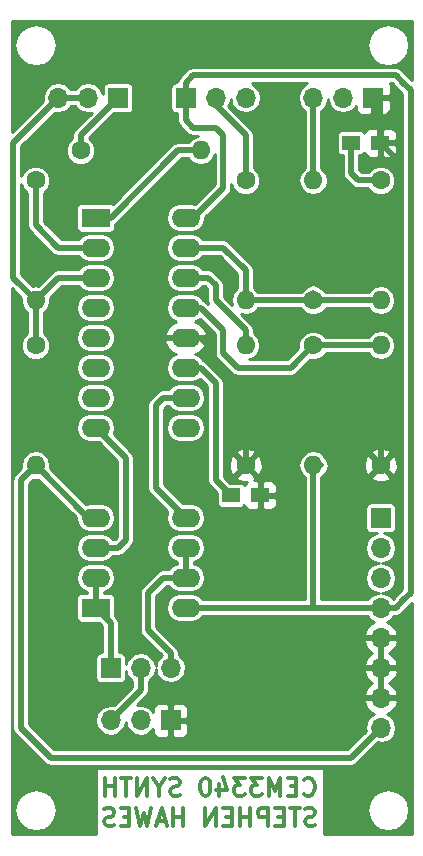
<source format=gbr>
G04 #@! TF.FileFunction,Copper,L2,Bot,Signal*
%FSLAX46Y46*%
G04 Gerber Fmt 4.6, Leading zero omitted, Abs format (unit mm)*
G04 Created by KiCad (PCBNEW 4.0.7) date Friday, October 05, 2018 'PMt' 02:14:10 PM*
%MOMM*%
%LPD*%
G01*
G04 APERTURE LIST*
%ADD10C,0.100000*%
%ADD11C,0.300000*%
%ADD12R,1.500000X1.250000*%
%ADD13R,1.700000X1.700000*%
%ADD14O,1.700000X1.700000*%
%ADD15C,1.600000*%
%ADD16O,1.600000X1.600000*%
%ADD17R,2.400000X1.600000*%
%ADD18O,2.400000X1.600000*%
%ADD19C,0.508000*%
%ADD20C,0.254000*%
G04 APERTURE END LIST*
D10*
D11*
X79881999Y-98955714D02*
X79953428Y-99027143D01*
X80167714Y-99098571D01*
X80310571Y-99098571D01*
X80524856Y-99027143D01*
X80667714Y-98884286D01*
X80739142Y-98741429D01*
X80810571Y-98455714D01*
X80810571Y-98241429D01*
X80739142Y-97955714D01*
X80667714Y-97812857D01*
X80524856Y-97670000D01*
X80310571Y-97598571D01*
X80167714Y-97598571D01*
X79953428Y-97670000D01*
X79881999Y-97741429D01*
X79239142Y-98312857D02*
X78739142Y-98312857D01*
X78524856Y-99098571D02*
X79239142Y-99098571D01*
X79239142Y-97598571D01*
X78524856Y-97598571D01*
X77881999Y-99098571D02*
X77881999Y-97598571D01*
X77381999Y-98670000D01*
X76881999Y-97598571D01*
X76881999Y-99098571D01*
X76310570Y-97598571D02*
X75381999Y-97598571D01*
X75881999Y-98170000D01*
X75667713Y-98170000D01*
X75524856Y-98241429D01*
X75453427Y-98312857D01*
X75381999Y-98455714D01*
X75381999Y-98812857D01*
X75453427Y-98955714D01*
X75524856Y-99027143D01*
X75667713Y-99098571D01*
X76096285Y-99098571D01*
X76239142Y-99027143D01*
X76310570Y-98955714D01*
X74881999Y-97598571D02*
X73953428Y-97598571D01*
X74453428Y-98170000D01*
X74239142Y-98170000D01*
X74096285Y-98241429D01*
X74024856Y-98312857D01*
X73953428Y-98455714D01*
X73953428Y-98812857D01*
X74024856Y-98955714D01*
X74096285Y-99027143D01*
X74239142Y-99098571D01*
X74667714Y-99098571D01*
X74810571Y-99027143D01*
X74881999Y-98955714D01*
X72667714Y-98098571D02*
X72667714Y-99098571D01*
X73024857Y-97527143D02*
X73382000Y-98598571D01*
X72453428Y-98598571D01*
X71596286Y-97598571D02*
X71453429Y-97598571D01*
X71310572Y-97670000D01*
X71239143Y-97741429D01*
X71167714Y-97884286D01*
X71096286Y-98170000D01*
X71096286Y-98527143D01*
X71167714Y-98812857D01*
X71239143Y-98955714D01*
X71310572Y-99027143D01*
X71453429Y-99098571D01*
X71596286Y-99098571D01*
X71739143Y-99027143D01*
X71810572Y-98955714D01*
X71882000Y-98812857D01*
X71953429Y-98527143D01*
X71953429Y-98170000D01*
X71882000Y-97884286D01*
X71810572Y-97741429D01*
X71739143Y-97670000D01*
X71596286Y-97598571D01*
X69382001Y-99027143D02*
X69167715Y-99098571D01*
X68810572Y-99098571D01*
X68667715Y-99027143D01*
X68596286Y-98955714D01*
X68524858Y-98812857D01*
X68524858Y-98670000D01*
X68596286Y-98527143D01*
X68667715Y-98455714D01*
X68810572Y-98384286D01*
X69096286Y-98312857D01*
X69239144Y-98241429D01*
X69310572Y-98170000D01*
X69382001Y-98027143D01*
X69382001Y-97884286D01*
X69310572Y-97741429D01*
X69239144Y-97670000D01*
X69096286Y-97598571D01*
X68739144Y-97598571D01*
X68524858Y-97670000D01*
X67596287Y-98384286D02*
X67596287Y-99098571D01*
X68096287Y-97598571D02*
X67596287Y-98384286D01*
X67096287Y-97598571D01*
X66596287Y-99098571D02*
X66596287Y-97598571D01*
X65739144Y-99098571D01*
X65739144Y-97598571D01*
X65239144Y-97598571D02*
X64382001Y-97598571D01*
X64810572Y-99098571D02*
X64810572Y-97598571D01*
X63882001Y-99098571D02*
X63882001Y-97598571D01*
X63882001Y-98312857D02*
X63024858Y-98312857D01*
X63024858Y-99098571D02*
X63024858Y-97598571D01*
X80810572Y-101577143D02*
X80596286Y-101648571D01*
X80239143Y-101648571D01*
X80096286Y-101577143D01*
X80024857Y-101505714D01*
X79953429Y-101362857D01*
X79953429Y-101220000D01*
X80024857Y-101077143D01*
X80096286Y-101005714D01*
X80239143Y-100934286D01*
X80524857Y-100862857D01*
X80667715Y-100791429D01*
X80739143Y-100720000D01*
X80810572Y-100577143D01*
X80810572Y-100434286D01*
X80739143Y-100291429D01*
X80667715Y-100220000D01*
X80524857Y-100148571D01*
X80167715Y-100148571D01*
X79953429Y-100220000D01*
X79524858Y-100148571D02*
X78667715Y-100148571D01*
X79096286Y-101648571D02*
X79096286Y-100148571D01*
X78167715Y-100862857D02*
X77667715Y-100862857D01*
X77453429Y-101648571D02*
X78167715Y-101648571D01*
X78167715Y-100148571D01*
X77453429Y-100148571D01*
X76810572Y-101648571D02*
X76810572Y-100148571D01*
X76239144Y-100148571D01*
X76096286Y-100220000D01*
X76024858Y-100291429D01*
X75953429Y-100434286D01*
X75953429Y-100648571D01*
X76024858Y-100791429D01*
X76096286Y-100862857D01*
X76239144Y-100934286D01*
X76810572Y-100934286D01*
X75310572Y-101648571D02*
X75310572Y-100148571D01*
X75310572Y-100862857D02*
X74453429Y-100862857D01*
X74453429Y-101648571D02*
X74453429Y-100148571D01*
X73739143Y-100862857D02*
X73239143Y-100862857D01*
X73024857Y-101648571D02*
X73739143Y-101648571D01*
X73739143Y-100148571D01*
X73024857Y-100148571D01*
X72382000Y-101648571D02*
X72382000Y-100148571D01*
X71524857Y-101648571D01*
X71524857Y-100148571D01*
X69667714Y-101648571D02*
X69667714Y-100148571D01*
X69667714Y-100862857D02*
X68810571Y-100862857D01*
X68810571Y-101648571D02*
X68810571Y-100148571D01*
X68167714Y-101220000D02*
X67453428Y-101220000D01*
X68310571Y-101648571D02*
X67810571Y-100148571D01*
X67310571Y-101648571D01*
X66953428Y-100148571D02*
X66596285Y-101648571D01*
X66310571Y-100577143D01*
X66024857Y-101648571D01*
X65667714Y-100148571D01*
X65096285Y-100862857D02*
X64596285Y-100862857D01*
X64381999Y-101648571D02*
X65096285Y-101648571D01*
X65096285Y-100148571D01*
X64381999Y-100148571D01*
X63810571Y-101577143D02*
X63596285Y-101648571D01*
X63239142Y-101648571D01*
X63096285Y-101577143D01*
X63024856Y-101505714D01*
X62953428Y-101362857D01*
X62953428Y-101220000D01*
X63024856Y-101077143D01*
X63096285Y-101005714D01*
X63239142Y-100934286D01*
X63524856Y-100862857D01*
X63667714Y-100791429D01*
X63739142Y-100720000D01*
X63810571Y-100577143D01*
X63810571Y-100434286D01*
X63739142Y-100291429D01*
X63667714Y-100220000D01*
X63524856Y-100148571D01*
X63167714Y-100148571D01*
X62953428Y-100220000D01*
D12*
X76180000Y-73660000D03*
X73680000Y-73660000D03*
X83840000Y-43815000D03*
X86340000Y-43815000D03*
D13*
X85725000Y-40005000D03*
D14*
X83185000Y-40005000D03*
X80645000Y-40005000D03*
D13*
X68580000Y-92710000D03*
D14*
X66040000Y-92710000D03*
X63500000Y-92710000D03*
D15*
X57150000Y-60960000D03*
D16*
X57150000Y-71120000D03*
D15*
X57150000Y-46990000D03*
D16*
X57150000Y-57150000D03*
D15*
X60960000Y-44450000D03*
D16*
X71120000Y-44450000D03*
D15*
X80645000Y-57150000D03*
D16*
X80645000Y-46990000D03*
D15*
X74930000Y-71120000D03*
D16*
X74930000Y-60960000D03*
D15*
X74930000Y-46990000D03*
D16*
X74930000Y-57150000D03*
D15*
X80645000Y-60960000D03*
D16*
X80645000Y-71120000D03*
D15*
X86360000Y-71120000D03*
D16*
X86360000Y-60960000D03*
D15*
X86360000Y-46990000D03*
D16*
X86360000Y-57150000D03*
D13*
X69850000Y-40005000D03*
D14*
X72390000Y-40005000D03*
X74930000Y-40005000D03*
D13*
X63500000Y-88265000D03*
D14*
X66040000Y-88265000D03*
X68580000Y-88265000D03*
D13*
X64135000Y-40005000D03*
D14*
X61595000Y-40005000D03*
X59055000Y-40005000D03*
D17*
X62230000Y-83185000D03*
D18*
X69850000Y-75565000D03*
X62230000Y-80645000D03*
X69850000Y-78105000D03*
X62230000Y-78105000D03*
X69850000Y-80645000D03*
X62230000Y-75565000D03*
X69850000Y-83185000D03*
D17*
X62230000Y-50165000D03*
D18*
X69850000Y-67945000D03*
X62230000Y-52705000D03*
X69850000Y-65405000D03*
X62230000Y-55245000D03*
X69850000Y-62865000D03*
X62230000Y-57785000D03*
X69850000Y-60325000D03*
X62230000Y-60325000D03*
X69850000Y-57785000D03*
X62230000Y-62865000D03*
X69850000Y-55245000D03*
X62230000Y-65405000D03*
X69850000Y-52705000D03*
X62230000Y-67945000D03*
X69850000Y-50165000D03*
D13*
X86360000Y-75565000D03*
D14*
X86360000Y-78105000D03*
X86360000Y-80645000D03*
X86360000Y-83185000D03*
X86360000Y-85725000D03*
X86360000Y-88265000D03*
X86360000Y-90805000D03*
X86360000Y-93345000D03*
D19*
X69850000Y-60325000D02*
X71120000Y-60325000D01*
X76708000Y-66929000D02*
X77343000Y-66929000D01*
X71755000Y-61976000D02*
X76708000Y-66929000D01*
X71755000Y-60960000D02*
X71755000Y-61976000D01*
X71120000Y-60325000D02*
X71755000Y-60960000D01*
X86360000Y-71120000D02*
X86360000Y-69469000D01*
X74930000Y-69342000D02*
X74930000Y-71120000D01*
X77343000Y-66929000D02*
X74930000Y-69342000D01*
X83820000Y-66929000D02*
X77343000Y-66929000D01*
X86360000Y-69469000D02*
X83820000Y-66929000D01*
X86360000Y-71120000D02*
X86487000Y-71120000D01*
X86487000Y-71120000D02*
X87884000Y-69723000D01*
X87884000Y-69723000D02*
X87884000Y-45359000D01*
X87884000Y-45359000D02*
X86340000Y-43815000D01*
X86340000Y-43815000D02*
X86340000Y-40620000D01*
X86340000Y-40620000D02*
X85725000Y-40005000D01*
X86360000Y-85725000D02*
X86360000Y-88265000D01*
X86360000Y-88265000D02*
X86360000Y-90805000D01*
X69850000Y-62865000D02*
X71120000Y-62865000D01*
X72390000Y-72370000D02*
X73680000Y-73660000D01*
X72390000Y-64135000D02*
X72390000Y-72370000D01*
X71120000Y-62865000D02*
X72390000Y-64135000D01*
X86360000Y-46990000D02*
X84455000Y-46990000D01*
X83840000Y-46375000D02*
X83840000Y-43815000D01*
X84455000Y-46990000D02*
X83840000Y-46375000D01*
X80645000Y-40005000D02*
X80645000Y-46990000D01*
X66040000Y-90170000D02*
X66040000Y-88265000D01*
X63500000Y-92710000D02*
X66040000Y-90170000D01*
X88265000Y-38735000D02*
X88900000Y-39370000D01*
X69850000Y-38735000D02*
X70485000Y-38100000D01*
X70485000Y-38100000D02*
X87630000Y-38100000D01*
X87630000Y-38100000D02*
X88265000Y-38735000D01*
X88265000Y-82550000D02*
X87630000Y-83185000D01*
X86360000Y-83185000D02*
X87630000Y-83185000D01*
X69850000Y-38735000D02*
X69850000Y-40005000D01*
X88900000Y-81915000D02*
X88265000Y-82550000D01*
X88900000Y-39370000D02*
X88900000Y-81915000D01*
X69850000Y-83185000D02*
X80645000Y-83185000D01*
X80645000Y-83185000D02*
X86360000Y-83185000D01*
X80645000Y-71120000D02*
X80645000Y-83185000D01*
X69850000Y-50165000D02*
X70485000Y-50165000D01*
X70485000Y-50165000D02*
X73025000Y-47625000D01*
X69850000Y-41910000D02*
X69850000Y-40005000D01*
X70485000Y-42545000D02*
X69850000Y-41910000D01*
X72390000Y-42545000D02*
X70485000Y-42545000D01*
X73025000Y-43180000D02*
X72390000Y-42545000D01*
X73025000Y-47625000D02*
X73025000Y-43180000D01*
X81260000Y-71140000D02*
X81280000Y-71120000D01*
X62230000Y-75565000D02*
X61595000Y-75565000D01*
X61595000Y-75565000D02*
X57150000Y-71120000D01*
X86360000Y-93345000D02*
X83820000Y-95885000D01*
X55880000Y-72390000D02*
X57150000Y-71120000D01*
X55880000Y-93345000D02*
X55880000Y-72390000D01*
X58420000Y-95885000D02*
X55880000Y-93345000D01*
X83820000Y-95885000D02*
X58420000Y-95885000D01*
X61595000Y-40005000D02*
X59055000Y-40005000D01*
X59055000Y-40005000D02*
X55880000Y-43180000D01*
X55880000Y-43180000D02*
X55245000Y-43815000D01*
X55245000Y-43815000D02*
X55245000Y-55245000D01*
X55245000Y-55245000D02*
X57150000Y-57150000D01*
X62230000Y-55245000D02*
X59055000Y-55245000D01*
X59055000Y-55245000D02*
X57150000Y-57150000D01*
X57150000Y-57150000D02*
X57150000Y-60960000D01*
X62230000Y-52705000D02*
X59055000Y-52705000D01*
X57150000Y-50800000D02*
X57150000Y-46990000D01*
X59055000Y-52705000D02*
X57150000Y-50800000D01*
X60960000Y-44450000D02*
X60960000Y-43180000D01*
X60960000Y-43180000D02*
X64135000Y-40005000D01*
X62230000Y-50165000D02*
X63500000Y-50165000D01*
X69215000Y-44450000D02*
X71120000Y-44450000D01*
X63500000Y-50165000D02*
X69215000Y-44450000D01*
X69850000Y-52705000D02*
X73025000Y-52705000D01*
X74930000Y-54610000D02*
X74930000Y-57150000D01*
X73025000Y-52705000D02*
X74930000Y-54610000D01*
X74930000Y-57150000D02*
X80645000Y-57150000D01*
X80645000Y-57150000D02*
X86360000Y-57150000D01*
X80645000Y-56515000D02*
X81280000Y-57150000D01*
X72390000Y-55880000D02*
X71755000Y-55245000D01*
X74930000Y-60960000D02*
X74930000Y-59690000D01*
X71755000Y-55245000D02*
X69850000Y-55245000D01*
X72390000Y-57150000D02*
X72390000Y-55880000D01*
X74930000Y-59690000D02*
X72390000Y-57150000D01*
X74930000Y-46990000D02*
X74930000Y-43180000D01*
X74930000Y-43180000D02*
X72390000Y-40640000D01*
X72390000Y-40640000D02*
X72390000Y-40005000D01*
X69850000Y-57785000D02*
X71120000Y-57785000D01*
X78740000Y-62865000D02*
X80645000Y-60960000D01*
X74295000Y-62865000D02*
X78740000Y-62865000D01*
X73025000Y-61595000D02*
X74295000Y-62865000D01*
X73025000Y-59690000D02*
X73025000Y-61595000D01*
X71120000Y-57785000D02*
X73025000Y-59690000D01*
X80645000Y-60960000D02*
X86360000Y-60960000D01*
X63500000Y-84455000D02*
X63500000Y-88265000D01*
X62230000Y-83185000D02*
X63500000Y-84455000D01*
X62230000Y-80645000D02*
X62230000Y-83185000D01*
X68580000Y-86995000D02*
X66675000Y-85090000D01*
X68580000Y-88265000D02*
X68580000Y-86995000D01*
X66675000Y-85090000D02*
X66675000Y-81915000D01*
X66675000Y-81915000D02*
X67945000Y-80645000D01*
X67945000Y-80645000D02*
X69850000Y-80645000D01*
X69850000Y-80645000D02*
X69850000Y-78105000D01*
X62230000Y-78105000D02*
X64135000Y-78105000D01*
X64770000Y-70485000D02*
X62230000Y-67945000D01*
X64770000Y-77470000D02*
X64770000Y-70485000D01*
X64135000Y-78105000D02*
X64770000Y-77470000D01*
X69850000Y-75565000D02*
X67310000Y-73025000D01*
X67945000Y-65405000D02*
X69850000Y-65405000D01*
X67310000Y-66040000D02*
X67945000Y-65405000D01*
X67310000Y-66675000D02*
X67310000Y-66040000D01*
X67310000Y-73025000D02*
X67310000Y-66675000D01*
D20*
G36*
X89015500Y-38497672D02*
X88123914Y-37606086D01*
X87897305Y-37454670D01*
X87630000Y-37401500D01*
X70485000Y-37401500D01*
X70217696Y-37454670D01*
X69991086Y-37606086D01*
X69356086Y-38241086D01*
X69204670Y-38467695D01*
X69204670Y-38467696D01*
X69158105Y-38701792D01*
X69000000Y-38701792D01*
X68835278Y-38732787D01*
X68683991Y-38830137D01*
X68582498Y-38978677D01*
X68546792Y-39155000D01*
X68546792Y-40855000D01*
X68577787Y-41019722D01*
X68675137Y-41171009D01*
X68823677Y-41272502D01*
X69000000Y-41308208D01*
X69151500Y-41308208D01*
X69151500Y-41910000D01*
X69204670Y-42177305D01*
X69356086Y-42403914D01*
X69991086Y-43038914D01*
X70217696Y-43190330D01*
X70485000Y-43243500D01*
X70904580Y-43243500D01*
X70619369Y-43300232D01*
X70215625Y-43570006D01*
X70094354Y-43751500D01*
X69215000Y-43751500D01*
X68947696Y-43804670D01*
X68721086Y-43956086D01*
X63679604Y-48997568D01*
X63606323Y-48947498D01*
X63430000Y-48911792D01*
X61030000Y-48911792D01*
X60865278Y-48942787D01*
X60713991Y-49040137D01*
X60612498Y-49188677D01*
X60576792Y-49365000D01*
X60576792Y-50965000D01*
X60607787Y-51129722D01*
X60705137Y-51281009D01*
X60853677Y-51382502D01*
X61030000Y-51418208D01*
X63430000Y-51418208D01*
X63594722Y-51387213D01*
X63746009Y-51289863D01*
X63847502Y-51141323D01*
X63883208Y-50965000D01*
X63883208Y-50732886D01*
X63993914Y-50658914D01*
X69504328Y-45148500D01*
X70094354Y-45148500D01*
X70215625Y-45329994D01*
X70619369Y-45599768D01*
X71095619Y-45694500D01*
X71144381Y-45694500D01*
X71620631Y-45599768D01*
X72024375Y-45329994D01*
X72294149Y-44926250D01*
X72326500Y-44763611D01*
X72326500Y-47335672D01*
X70665444Y-48996728D01*
X70282218Y-48920500D01*
X69417782Y-48920500D01*
X68941532Y-49015232D01*
X68537788Y-49285006D01*
X68268014Y-49688750D01*
X68173282Y-50165000D01*
X68268014Y-50641250D01*
X68537788Y-51044994D01*
X68941532Y-51314768D01*
X69417782Y-51409500D01*
X70282218Y-51409500D01*
X70758468Y-51314768D01*
X71162212Y-51044994D01*
X71431986Y-50641250D01*
X71526718Y-50165000D01*
X71517777Y-50120051D01*
X73518914Y-48118914D01*
X73670329Y-47892305D01*
X73670330Y-47892304D01*
X73723500Y-47625000D01*
X73723500Y-47328948D01*
X73874349Y-47694032D01*
X74224127Y-48044420D01*
X74681368Y-48234283D01*
X75176460Y-48234715D01*
X75634032Y-48045651D01*
X75984420Y-47695873D01*
X76174283Y-47238632D01*
X76174715Y-46743540D01*
X75985651Y-46285968D01*
X75635873Y-45935580D01*
X75628500Y-45932518D01*
X75628500Y-43180000D01*
X75575330Y-42912696D01*
X75423914Y-42686086D01*
X73456831Y-40719003D01*
X73585962Y-40525745D01*
X73660000Y-40153531D01*
X73734038Y-40525745D01*
X74014650Y-40945711D01*
X74434616Y-41226323D01*
X74930000Y-41324861D01*
X75425384Y-41226323D01*
X75845350Y-40945711D01*
X76125962Y-40525745D01*
X76224500Y-40030361D01*
X76224500Y-39979639D01*
X76125962Y-39484255D01*
X75845350Y-39064289D01*
X75447568Y-38798500D01*
X80127432Y-38798500D01*
X79729650Y-39064289D01*
X79449038Y-39484255D01*
X79350500Y-39979639D01*
X79350500Y-40030361D01*
X79449038Y-40525745D01*
X79729650Y-40945711D01*
X79946500Y-41090605D01*
X79946500Y-45964354D01*
X79765006Y-46085625D01*
X79495232Y-46489369D01*
X79400500Y-46965619D01*
X79400500Y-47014381D01*
X79495232Y-47490631D01*
X79765006Y-47894375D01*
X80168750Y-48164149D01*
X80645000Y-48258881D01*
X81121250Y-48164149D01*
X81524994Y-47894375D01*
X81794768Y-47490631D01*
X81889500Y-47014381D01*
X81889500Y-46965619D01*
X81794768Y-46489369D01*
X81524994Y-46085625D01*
X81343500Y-45964354D01*
X81343500Y-43190000D01*
X82636792Y-43190000D01*
X82636792Y-44440000D01*
X82667787Y-44604722D01*
X82765137Y-44756009D01*
X82913677Y-44857502D01*
X83090000Y-44893208D01*
X83141500Y-44893208D01*
X83141500Y-46375000D01*
X83194670Y-46642305D01*
X83346086Y-46868914D01*
X83961086Y-47483914D01*
X84187696Y-47635330D01*
X84455000Y-47688500D01*
X85302063Y-47688500D01*
X85304349Y-47694032D01*
X85654127Y-48044420D01*
X86111368Y-48234283D01*
X86606460Y-48234715D01*
X87064032Y-48045651D01*
X87414420Y-47695873D01*
X87604283Y-47238632D01*
X87604715Y-46743540D01*
X87415651Y-46285968D01*
X87065873Y-45935580D01*
X86608632Y-45745717D01*
X86113540Y-45745285D01*
X85655968Y-45934349D01*
X85305580Y-46284127D01*
X85302518Y-46291500D01*
X84744328Y-46291500D01*
X84538500Y-46085672D01*
X84538500Y-44893208D01*
X84590000Y-44893208D01*
X84754722Y-44862213D01*
X84906009Y-44764863D01*
X84987713Y-44645286D01*
X85051673Y-44799699D01*
X85230302Y-44978327D01*
X85463691Y-45075000D01*
X86054250Y-45075000D01*
X86213000Y-44916250D01*
X86213000Y-43942000D01*
X86467000Y-43942000D01*
X86467000Y-44916250D01*
X86625750Y-45075000D01*
X87216309Y-45075000D01*
X87449698Y-44978327D01*
X87628327Y-44799699D01*
X87725000Y-44566310D01*
X87725000Y-44100750D01*
X87566250Y-43942000D01*
X86467000Y-43942000D01*
X86213000Y-43942000D01*
X86193000Y-43942000D01*
X86193000Y-43688000D01*
X86213000Y-43688000D01*
X86213000Y-42713750D01*
X86467000Y-42713750D01*
X86467000Y-43688000D01*
X87566250Y-43688000D01*
X87725000Y-43529250D01*
X87725000Y-43063690D01*
X87628327Y-42830301D01*
X87449698Y-42651673D01*
X87216309Y-42555000D01*
X86625750Y-42555000D01*
X86467000Y-42713750D01*
X86213000Y-42713750D01*
X86054250Y-42555000D01*
X85463691Y-42555000D01*
X85230302Y-42651673D01*
X85051673Y-42830301D01*
X84987086Y-42986229D01*
X84914863Y-42873991D01*
X84766323Y-42772498D01*
X84590000Y-42736792D01*
X83090000Y-42736792D01*
X82925278Y-42767787D01*
X82773991Y-42865137D01*
X82672498Y-43013677D01*
X82636792Y-43190000D01*
X81343500Y-43190000D01*
X81343500Y-41090605D01*
X81560350Y-40945711D01*
X81840962Y-40525745D01*
X81915000Y-40153531D01*
X81989038Y-40525745D01*
X82269650Y-40945711D01*
X82689616Y-41226323D01*
X83185000Y-41324861D01*
X83680384Y-41226323D01*
X84100350Y-40945711D01*
X84240000Y-40736710D01*
X84240000Y-40981309D01*
X84336673Y-41214698D01*
X84515301Y-41393327D01*
X84748690Y-41490000D01*
X85439250Y-41490000D01*
X85598000Y-41331250D01*
X85598000Y-40132000D01*
X85852000Y-40132000D01*
X85852000Y-41331250D01*
X86010750Y-41490000D01*
X86701310Y-41490000D01*
X86934699Y-41393327D01*
X87113327Y-41214698D01*
X87210000Y-40981309D01*
X87210000Y-40290750D01*
X87051250Y-40132000D01*
X85852000Y-40132000D01*
X85598000Y-40132000D01*
X85578000Y-40132000D01*
X85578000Y-39878000D01*
X85598000Y-39878000D01*
X85598000Y-39858000D01*
X85852000Y-39858000D01*
X85852000Y-39878000D01*
X87051250Y-39878000D01*
X87210000Y-39719250D01*
X87210000Y-39028691D01*
X87114652Y-38798500D01*
X87340672Y-38798500D01*
X88201500Y-39659328D01*
X88201500Y-81625672D01*
X87403575Y-82423597D01*
X87300711Y-82269650D01*
X86880745Y-81989038D01*
X86508531Y-81915000D01*
X86880745Y-81840962D01*
X87300711Y-81560350D01*
X87581323Y-81140384D01*
X87679861Y-80645000D01*
X87581323Y-80149616D01*
X87300711Y-79729650D01*
X86880745Y-79449038D01*
X86508531Y-79375000D01*
X86880745Y-79300962D01*
X87300711Y-79020350D01*
X87581323Y-78600384D01*
X87679861Y-78105000D01*
X87581323Y-77609616D01*
X87300711Y-77189650D01*
X86880745Y-76909038D01*
X86675479Y-76868208D01*
X87210000Y-76868208D01*
X87374722Y-76837213D01*
X87526009Y-76739863D01*
X87627502Y-76591323D01*
X87663208Y-76415000D01*
X87663208Y-74715000D01*
X87632213Y-74550278D01*
X87534863Y-74398991D01*
X87386323Y-74297498D01*
X87210000Y-74261792D01*
X85510000Y-74261792D01*
X85345278Y-74292787D01*
X85193991Y-74390137D01*
X85092498Y-74538677D01*
X85056792Y-74715000D01*
X85056792Y-76415000D01*
X85087787Y-76579722D01*
X85185137Y-76731009D01*
X85333677Y-76832502D01*
X85510000Y-76868208D01*
X86044521Y-76868208D01*
X85839255Y-76909038D01*
X85419289Y-77189650D01*
X85138677Y-77609616D01*
X85040139Y-78105000D01*
X85138677Y-78600384D01*
X85419289Y-79020350D01*
X85839255Y-79300962D01*
X86211469Y-79375000D01*
X85839255Y-79449038D01*
X85419289Y-79729650D01*
X85138677Y-80149616D01*
X85040139Y-80645000D01*
X85138677Y-81140384D01*
X85419289Y-81560350D01*
X85839255Y-81840962D01*
X86211469Y-81915000D01*
X85839255Y-81989038D01*
X85419289Y-82269650D01*
X85274395Y-82486500D01*
X81343500Y-82486500D01*
X81343500Y-72145646D01*
X81370290Y-72127745D01*
X85531861Y-72127745D01*
X85605995Y-72373864D01*
X86143223Y-72566965D01*
X86713454Y-72539778D01*
X87114005Y-72373864D01*
X87188139Y-72127745D01*
X86360000Y-71299605D01*
X85531861Y-72127745D01*
X81370290Y-72127745D01*
X81524994Y-72024375D01*
X81794768Y-71620631D01*
X81805510Y-71566627D01*
X81925329Y-71387305D01*
X81978500Y-71120000D01*
X81935380Y-70903223D01*
X84913035Y-70903223D01*
X84940222Y-71473454D01*
X85106136Y-71874005D01*
X85352255Y-71948139D01*
X86180395Y-71120000D01*
X86539605Y-71120000D01*
X87367745Y-71948139D01*
X87613864Y-71874005D01*
X87806965Y-71336777D01*
X87779778Y-70766546D01*
X87613864Y-70365995D01*
X87367745Y-70291861D01*
X86539605Y-71120000D01*
X86180395Y-71120000D01*
X85352255Y-70291861D01*
X85106136Y-70365995D01*
X84913035Y-70903223D01*
X81935380Y-70903223D01*
X81925329Y-70852695D01*
X81805510Y-70673373D01*
X81794768Y-70619369D01*
X81524994Y-70215625D01*
X81370291Y-70112255D01*
X85531861Y-70112255D01*
X86360000Y-70940395D01*
X87188139Y-70112255D01*
X87114005Y-69866136D01*
X86576777Y-69673035D01*
X86006546Y-69700222D01*
X85605995Y-69866136D01*
X85531861Y-70112255D01*
X81370291Y-70112255D01*
X81121250Y-69945851D01*
X80645000Y-69851119D01*
X80168750Y-69945851D01*
X79765006Y-70215625D01*
X79495232Y-70619369D01*
X79400500Y-71095619D01*
X79400500Y-71144381D01*
X79495232Y-71620631D01*
X79765006Y-72024375D01*
X79946500Y-72145646D01*
X79946500Y-82486500D01*
X71283483Y-82486500D01*
X71162212Y-82305006D01*
X70758468Y-82035232D01*
X70282218Y-81940500D01*
X69417782Y-81940500D01*
X68941532Y-82035232D01*
X68537788Y-82305006D01*
X68268014Y-82708750D01*
X68173282Y-83185000D01*
X68268014Y-83661250D01*
X68537788Y-84064994D01*
X68941532Y-84334768D01*
X69417782Y-84429500D01*
X70282218Y-84429500D01*
X70758468Y-84334768D01*
X71162212Y-84064994D01*
X71283483Y-83883500D01*
X85274395Y-83883500D01*
X85419289Y-84100350D01*
X85821239Y-84368924D01*
X85478642Y-84529817D01*
X85088355Y-84958076D01*
X84918524Y-85368110D01*
X85039845Y-85598000D01*
X86233000Y-85598000D01*
X86233000Y-85578000D01*
X86487000Y-85578000D01*
X86487000Y-85598000D01*
X87680155Y-85598000D01*
X87801476Y-85368110D01*
X87631645Y-84958076D01*
X87241358Y-84529817D01*
X86898761Y-84368924D01*
X87300711Y-84100350D01*
X87445605Y-83883500D01*
X87630000Y-83883500D01*
X87897305Y-83830330D01*
X88123914Y-83678914D01*
X89015500Y-82787328D01*
X89015500Y-102350500D01*
X81540786Y-102350500D01*
X81540786Y-100330000D01*
X85205500Y-100330000D01*
X85341718Y-101014812D01*
X85729632Y-101595368D01*
X86310188Y-101983282D01*
X86995000Y-102119500D01*
X87679812Y-101983282D01*
X88260368Y-101595368D01*
X88648282Y-101014812D01*
X88784500Y-100330000D01*
X88648282Y-99645188D01*
X88260368Y-99064632D01*
X87679812Y-98676718D01*
X86995000Y-98540500D01*
X86310188Y-98676718D01*
X85729632Y-99064632D01*
X85341718Y-99645188D01*
X85205500Y-100330000D01*
X81540786Y-100330000D01*
X81540786Y-96775500D01*
X62223214Y-96775500D01*
X62223214Y-102350500D01*
X55129500Y-102350500D01*
X55129500Y-100330000D01*
X55360500Y-100330000D01*
X55496718Y-101014812D01*
X55884632Y-101595368D01*
X56465188Y-101983282D01*
X57150000Y-102119500D01*
X57834812Y-101983282D01*
X58415368Y-101595368D01*
X58803282Y-101014812D01*
X58939500Y-100330000D01*
X58803282Y-99645188D01*
X58415368Y-99064632D01*
X57834812Y-98676718D01*
X57150000Y-98540500D01*
X56465188Y-98676718D01*
X55884632Y-99064632D01*
X55496718Y-99645188D01*
X55360500Y-100330000D01*
X55129500Y-100330000D01*
X55129500Y-72390000D01*
X55181500Y-72390000D01*
X55181500Y-93345000D01*
X55234670Y-93612305D01*
X55386086Y-93838914D01*
X57926086Y-96378914D01*
X58152696Y-96530330D01*
X58420000Y-96583500D01*
X83820000Y-96583500D01*
X84087305Y-96530330D01*
X84313914Y-96378914D01*
X86100000Y-94592828D01*
X86334639Y-94639500D01*
X86385361Y-94639500D01*
X86880745Y-94540962D01*
X87300711Y-94260350D01*
X87581323Y-93840384D01*
X87679861Y-93345000D01*
X87581323Y-92849616D01*
X87300711Y-92429650D01*
X86898761Y-92161076D01*
X87241358Y-92000183D01*
X87631645Y-91571924D01*
X87801476Y-91161890D01*
X87680155Y-90932000D01*
X86487000Y-90932000D01*
X86487000Y-90952000D01*
X86233000Y-90952000D01*
X86233000Y-90932000D01*
X85039845Y-90932000D01*
X84918524Y-91161890D01*
X85088355Y-91571924D01*
X85478642Y-92000183D01*
X85821239Y-92161076D01*
X85419289Y-92429650D01*
X85138677Y-92849616D01*
X85040139Y-93345000D01*
X85095227Y-93621945D01*
X83530672Y-95186500D01*
X58709328Y-95186500D01*
X56578500Y-93055672D01*
X56578500Y-80645000D01*
X60553282Y-80645000D01*
X60648014Y-81121250D01*
X60917788Y-81524994D01*
X61321532Y-81794768D01*
X61531500Y-81836533D01*
X61531500Y-81931792D01*
X61030000Y-81931792D01*
X60865278Y-81962787D01*
X60713991Y-82060137D01*
X60612498Y-82208677D01*
X60576792Y-82385000D01*
X60576792Y-83985000D01*
X60607787Y-84149722D01*
X60705137Y-84301009D01*
X60853677Y-84402502D01*
X61030000Y-84438208D01*
X62495380Y-84438208D01*
X62801500Y-84744328D01*
X62801500Y-86961792D01*
X62650000Y-86961792D01*
X62485278Y-86992787D01*
X62333991Y-87090137D01*
X62232498Y-87238677D01*
X62196792Y-87415000D01*
X62196792Y-89115000D01*
X62227787Y-89279722D01*
X62325137Y-89431009D01*
X62473677Y-89532502D01*
X62650000Y-89568208D01*
X64350000Y-89568208D01*
X64514722Y-89537213D01*
X64666009Y-89439863D01*
X64767502Y-89291323D01*
X64803208Y-89115000D01*
X64803208Y-88580479D01*
X64844038Y-88785745D01*
X65124650Y-89205711D01*
X65341500Y-89350605D01*
X65341500Y-89880672D01*
X63776945Y-91445227D01*
X63500000Y-91390139D01*
X63004616Y-91488677D01*
X62584650Y-91769289D01*
X62304038Y-92189255D01*
X62205500Y-92684639D01*
X62205500Y-92735361D01*
X62304038Y-93230745D01*
X62584650Y-93650711D01*
X63004616Y-93931323D01*
X63500000Y-94029861D01*
X63995384Y-93931323D01*
X64415350Y-93650711D01*
X64695962Y-93230745D01*
X64770000Y-92858531D01*
X64844038Y-93230745D01*
X65124650Y-93650711D01*
X65544616Y-93931323D01*
X66040000Y-94029861D01*
X66535384Y-93931323D01*
X66955350Y-93650711D01*
X67095000Y-93441710D01*
X67095000Y-93686309D01*
X67191673Y-93919698D01*
X67370301Y-94098327D01*
X67603690Y-94195000D01*
X68294250Y-94195000D01*
X68453000Y-94036250D01*
X68453000Y-92837000D01*
X68707000Y-92837000D01*
X68707000Y-94036250D01*
X68865750Y-94195000D01*
X69556310Y-94195000D01*
X69789699Y-94098327D01*
X69968327Y-93919698D01*
X70065000Y-93686309D01*
X70065000Y-92995750D01*
X69906250Y-92837000D01*
X68707000Y-92837000D01*
X68453000Y-92837000D01*
X68433000Y-92837000D01*
X68433000Y-92583000D01*
X68453000Y-92583000D01*
X68453000Y-91383750D01*
X68707000Y-91383750D01*
X68707000Y-92583000D01*
X69906250Y-92583000D01*
X70065000Y-92424250D01*
X70065000Y-91733691D01*
X69968327Y-91500302D01*
X69789699Y-91321673D01*
X69556310Y-91225000D01*
X68865750Y-91225000D01*
X68707000Y-91383750D01*
X68453000Y-91383750D01*
X68294250Y-91225000D01*
X67603690Y-91225000D01*
X67370301Y-91321673D01*
X67191673Y-91500302D01*
X67095000Y-91733691D01*
X67095000Y-91978290D01*
X66955350Y-91769289D01*
X66535384Y-91488677D01*
X66040000Y-91390139D01*
X65750006Y-91447822D01*
X66533914Y-90663914D01*
X66685330Y-90437304D01*
X66738500Y-90170000D01*
X66738500Y-89350605D01*
X66955350Y-89205711D01*
X67235962Y-88785745D01*
X67310000Y-88413531D01*
X67384038Y-88785745D01*
X67664650Y-89205711D01*
X68084616Y-89486323D01*
X68580000Y-89584861D01*
X69075384Y-89486323D01*
X69495350Y-89205711D01*
X69775962Y-88785745D01*
X69808554Y-88621890D01*
X84918524Y-88621890D01*
X85088355Y-89031924D01*
X85478642Y-89460183D01*
X85637954Y-89535000D01*
X85478642Y-89609817D01*
X85088355Y-90038076D01*
X84918524Y-90448110D01*
X85039845Y-90678000D01*
X86233000Y-90678000D01*
X86233000Y-88392000D01*
X86487000Y-88392000D01*
X86487000Y-90678000D01*
X87680155Y-90678000D01*
X87801476Y-90448110D01*
X87631645Y-90038076D01*
X87241358Y-89609817D01*
X87082046Y-89535000D01*
X87241358Y-89460183D01*
X87631645Y-89031924D01*
X87801476Y-88621890D01*
X87680155Y-88392000D01*
X86487000Y-88392000D01*
X86233000Y-88392000D01*
X85039845Y-88392000D01*
X84918524Y-88621890D01*
X69808554Y-88621890D01*
X69874500Y-88290361D01*
X69874500Y-88239639D01*
X69775962Y-87744255D01*
X69495350Y-87324289D01*
X69278500Y-87179395D01*
X69278500Y-86995000D01*
X69268582Y-86945139D01*
X69225330Y-86727695D01*
X69073914Y-86501086D01*
X68654718Y-86081890D01*
X84918524Y-86081890D01*
X85088355Y-86491924D01*
X85478642Y-86920183D01*
X85637954Y-86995000D01*
X85478642Y-87069817D01*
X85088355Y-87498076D01*
X84918524Y-87908110D01*
X85039845Y-88138000D01*
X86233000Y-88138000D01*
X86233000Y-85852000D01*
X86487000Y-85852000D01*
X86487000Y-88138000D01*
X87680155Y-88138000D01*
X87801476Y-87908110D01*
X87631645Y-87498076D01*
X87241358Y-87069817D01*
X87082046Y-86995000D01*
X87241358Y-86920183D01*
X87631645Y-86491924D01*
X87801476Y-86081890D01*
X87680155Y-85852000D01*
X86487000Y-85852000D01*
X86233000Y-85852000D01*
X85039845Y-85852000D01*
X84918524Y-86081890D01*
X68654718Y-86081890D01*
X67373500Y-84800672D01*
X67373500Y-82204328D01*
X68234328Y-81343500D01*
X68416517Y-81343500D01*
X68537788Y-81524994D01*
X68941532Y-81794768D01*
X69417782Y-81889500D01*
X70282218Y-81889500D01*
X70758468Y-81794768D01*
X71162212Y-81524994D01*
X71431986Y-81121250D01*
X71526718Y-80645000D01*
X71431986Y-80168750D01*
X71162212Y-79765006D01*
X70758468Y-79495232D01*
X70548500Y-79453467D01*
X70548500Y-79296533D01*
X70758468Y-79254768D01*
X71162212Y-78984994D01*
X71431986Y-78581250D01*
X71526718Y-78105000D01*
X71431986Y-77628750D01*
X71162212Y-77225006D01*
X70758468Y-76955232D01*
X70282218Y-76860500D01*
X69417782Y-76860500D01*
X68941532Y-76955232D01*
X68537788Y-77225006D01*
X68268014Y-77628750D01*
X68173282Y-78105000D01*
X68268014Y-78581250D01*
X68537788Y-78984994D01*
X68941532Y-79254768D01*
X69151500Y-79296533D01*
X69151500Y-79453467D01*
X68941532Y-79495232D01*
X68537788Y-79765006D01*
X68416517Y-79946500D01*
X67945000Y-79946500D01*
X67677695Y-79999670D01*
X67451086Y-80151086D01*
X66181086Y-81421086D01*
X66029670Y-81647695D01*
X66029670Y-81647696D01*
X65976500Y-81915000D01*
X65976500Y-85090000D01*
X66029670Y-85357305D01*
X66181086Y-85583914D01*
X67818597Y-87221425D01*
X67664650Y-87324289D01*
X67384038Y-87744255D01*
X67310000Y-88116469D01*
X67235962Y-87744255D01*
X66955350Y-87324289D01*
X66535384Y-87043677D01*
X66040000Y-86945139D01*
X65544616Y-87043677D01*
X65124650Y-87324289D01*
X64844038Y-87744255D01*
X64803208Y-87949521D01*
X64803208Y-87415000D01*
X64772213Y-87250278D01*
X64674863Y-87098991D01*
X64526323Y-86997498D01*
X64350000Y-86961792D01*
X64198500Y-86961792D01*
X64198500Y-84455000D01*
X64188995Y-84407213D01*
X64145330Y-84187695D01*
X63993914Y-83961086D01*
X63883208Y-83850380D01*
X63883208Y-82385000D01*
X63852213Y-82220278D01*
X63754863Y-82068991D01*
X63606323Y-81967498D01*
X63430000Y-81931792D01*
X62928500Y-81931792D01*
X62928500Y-81836533D01*
X63138468Y-81794768D01*
X63542212Y-81524994D01*
X63811986Y-81121250D01*
X63906718Y-80645000D01*
X63811986Y-80168750D01*
X63542212Y-79765006D01*
X63138468Y-79495232D01*
X62662218Y-79400500D01*
X61797782Y-79400500D01*
X61321532Y-79495232D01*
X60917788Y-79765006D01*
X60648014Y-80168750D01*
X60553282Y-80645000D01*
X56578500Y-80645000D01*
X56578500Y-72679328D01*
X56915577Y-72342251D01*
X57150000Y-72388881D01*
X57384423Y-72342251D01*
X60562223Y-75520051D01*
X60553282Y-75565000D01*
X60648014Y-76041250D01*
X60917788Y-76444994D01*
X61321532Y-76714768D01*
X61797782Y-76809500D01*
X62662218Y-76809500D01*
X63138468Y-76714768D01*
X63542212Y-76444994D01*
X63811986Y-76041250D01*
X63906718Y-75565000D01*
X63811986Y-75088750D01*
X63542212Y-74685006D01*
X63138468Y-74415232D01*
X62662218Y-74320500D01*
X61797782Y-74320500D01*
X61414556Y-74396728D01*
X58355960Y-71338132D01*
X58394500Y-71144381D01*
X58394500Y-71095619D01*
X58299768Y-70619369D01*
X58029994Y-70215625D01*
X57626250Y-69945851D01*
X57150000Y-69851119D01*
X56673750Y-69945851D01*
X56270006Y-70215625D01*
X56000232Y-70619369D01*
X55905500Y-71095619D01*
X55905500Y-71144381D01*
X55944040Y-71338132D01*
X55386086Y-71896086D01*
X55234670Y-72122695D01*
X55200566Y-72294149D01*
X55181500Y-72390000D01*
X55129500Y-72390000D01*
X55129500Y-67945000D01*
X60553282Y-67945000D01*
X60648014Y-68421250D01*
X60917788Y-68824994D01*
X61321532Y-69094768D01*
X61797782Y-69189500D01*
X62486672Y-69189500D01*
X64071500Y-70774328D01*
X64071500Y-77180672D01*
X63845672Y-77406500D01*
X63663483Y-77406500D01*
X63542212Y-77225006D01*
X63138468Y-76955232D01*
X62662218Y-76860500D01*
X61797782Y-76860500D01*
X61321532Y-76955232D01*
X60917788Y-77225006D01*
X60648014Y-77628750D01*
X60553282Y-78105000D01*
X60648014Y-78581250D01*
X60917788Y-78984994D01*
X61321532Y-79254768D01*
X61797782Y-79349500D01*
X62662218Y-79349500D01*
X63138468Y-79254768D01*
X63542212Y-78984994D01*
X63663483Y-78803500D01*
X64135000Y-78803500D01*
X64402305Y-78750330D01*
X64628914Y-78598914D01*
X65263914Y-77963914D01*
X65415330Y-77737304D01*
X65468500Y-77470000D01*
X65468500Y-70485000D01*
X65415330Y-70217696D01*
X65263914Y-69991086D01*
X63764759Y-68491931D01*
X63811986Y-68421250D01*
X63906718Y-67945000D01*
X63811986Y-67468750D01*
X63542212Y-67065006D01*
X63138468Y-66795232D01*
X62662218Y-66700500D01*
X61797782Y-66700500D01*
X61321532Y-66795232D01*
X60917788Y-67065006D01*
X60648014Y-67468750D01*
X60553282Y-67945000D01*
X55129500Y-67945000D01*
X55129500Y-65405000D01*
X60553282Y-65405000D01*
X60648014Y-65881250D01*
X60917788Y-66284994D01*
X61321532Y-66554768D01*
X61797782Y-66649500D01*
X62662218Y-66649500D01*
X63138468Y-66554768D01*
X63542212Y-66284994D01*
X63705912Y-66040000D01*
X66611500Y-66040000D01*
X66611500Y-73025000D01*
X66664670Y-73292305D01*
X66816086Y-73518914D01*
X68315241Y-75018069D01*
X68268014Y-75088750D01*
X68173282Y-75565000D01*
X68268014Y-76041250D01*
X68537788Y-76444994D01*
X68941532Y-76714768D01*
X69417782Y-76809500D01*
X70282218Y-76809500D01*
X70758468Y-76714768D01*
X71162212Y-76444994D01*
X71431986Y-76041250D01*
X71526718Y-75565000D01*
X71431986Y-75088750D01*
X71162212Y-74685006D01*
X70758468Y-74415232D01*
X70282218Y-74320500D01*
X69593328Y-74320500D01*
X68008500Y-72735672D01*
X68008500Y-67945000D01*
X68173282Y-67945000D01*
X68268014Y-68421250D01*
X68537788Y-68824994D01*
X68941532Y-69094768D01*
X69417782Y-69189500D01*
X70282218Y-69189500D01*
X70758468Y-69094768D01*
X71162212Y-68824994D01*
X71431986Y-68421250D01*
X71526718Y-67945000D01*
X71431986Y-67468750D01*
X71162212Y-67065006D01*
X70758468Y-66795232D01*
X70282218Y-66700500D01*
X69417782Y-66700500D01*
X68941532Y-66795232D01*
X68537788Y-67065006D01*
X68268014Y-67468750D01*
X68173282Y-67945000D01*
X68008500Y-67945000D01*
X68008500Y-66329328D01*
X68234328Y-66103500D01*
X68416517Y-66103500D01*
X68537788Y-66284994D01*
X68941532Y-66554768D01*
X69417782Y-66649500D01*
X70282218Y-66649500D01*
X70758468Y-66554768D01*
X71162212Y-66284994D01*
X71431986Y-65881250D01*
X71526718Y-65405000D01*
X71431986Y-64928750D01*
X71162212Y-64525006D01*
X70758468Y-64255232D01*
X70282218Y-64160500D01*
X69417782Y-64160500D01*
X68941532Y-64255232D01*
X68537788Y-64525006D01*
X68416517Y-64706500D01*
X67945000Y-64706500D01*
X67677696Y-64759670D01*
X67451086Y-64911086D01*
X66816086Y-65546086D01*
X66664670Y-65772695D01*
X66664670Y-65772696D01*
X66611500Y-66040000D01*
X63705912Y-66040000D01*
X63811986Y-65881250D01*
X63906718Y-65405000D01*
X63811986Y-64928750D01*
X63542212Y-64525006D01*
X63138468Y-64255232D01*
X62662218Y-64160500D01*
X61797782Y-64160500D01*
X61321532Y-64255232D01*
X60917788Y-64525006D01*
X60648014Y-64928750D01*
X60553282Y-65405000D01*
X55129500Y-65405000D01*
X55129500Y-62865000D01*
X60553282Y-62865000D01*
X60648014Y-63341250D01*
X60917788Y-63744994D01*
X61321532Y-64014768D01*
X61797782Y-64109500D01*
X62662218Y-64109500D01*
X63138468Y-64014768D01*
X63542212Y-63744994D01*
X63811986Y-63341250D01*
X63906718Y-62865000D01*
X63811986Y-62388750D01*
X63542212Y-61985006D01*
X63138468Y-61715232D01*
X62662218Y-61620500D01*
X61797782Y-61620500D01*
X61321532Y-61715232D01*
X60917788Y-61985006D01*
X60648014Y-62388750D01*
X60553282Y-62865000D01*
X55129500Y-62865000D01*
X55129500Y-56117328D01*
X55944040Y-56931868D01*
X55905500Y-57125619D01*
X55905500Y-57174381D01*
X56000232Y-57650631D01*
X56270006Y-58054375D01*
X56451500Y-58175646D01*
X56451500Y-59902063D01*
X56445968Y-59904349D01*
X56095580Y-60254127D01*
X55905717Y-60711368D01*
X55905285Y-61206460D01*
X56094349Y-61664032D01*
X56444127Y-62014420D01*
X56901368Y-62204283D01*
X57396460Y-62204715D01*
X57854032Y-62015651D01*
X58204420Y-61665873D01*
X58394283Y-61208632D01*
X58394715Y-60713540D01*
X58234175Y-60325000D01*
X60553282Y-60325000D01*
X60648014Y-60801250D01*
X60917788Y-61204994D01*
X61321532Y-61474768D01*
X61797782Y-61569500D01*
X62662218Y-61569500D01*
X63138468Y-61474768D01*
X63542212Y-61204994D01*
X63811986Y-60801250D01*
X63837289Y-60674039D01*
X68058096Y-60674039D01*
X68075633Y-60756819D01*
X68345500Y-61249896D01*
X68783517Y-61602166D01*
X69077523Y-61688182D01*
X68941532Y-61715232D01*
X68537788Y-61985006D01*
X68268014Y-62388750D01*
X68173282Y-62865000D01*
X68268014Y-63341250D01*
X68537788Y-63744994D01*
X68941532Y-64014768D01*
X69417782Y-64109500D01*
X70282218Y-64109500D01*
X70758468Y-64014768D01*
X71072266Y-63805094D01*
X71691500Y-64424328D01*
X71691500Y-72370000D01*
X71744670Y-72637305D01*
X71896086Y-72863914D01*
X72476792Y-73444620D01*
X72476792Y-74285000D01*
X72507787Y-74449722D01*
X72605137Y-74601009D01*
X72753677Y-74702502D01*
X72930000Y-74738208D01*
X74430000Y-74738208D01*
X74594722Y-74707213D01*
X74746009Y-74609863D01*
X74827713Y-74490286D01*
X74891673Y-74644699D01*
X75070302Y-74823327D01*
X75303691Y-74920000D01*
X75894250Y-74920000D01*
X76053000Y-74761250D01*
X76053000Y-73787000D01*
X76307000Y-73787000D01*
X76307000Y-74761250D01*
X76465750Y-74920000D01*
X77056309Y-74920000D01*
X77289698Y-74823327D01*
X77468327Y-74644699D01*
X77565000Y-74411310D01*
X77565000Y-73945750D01*
X77406250Y-73787000D01*
X76307000Y-73787000D01*
X76053000Y-73787000D01*
X76033000Y-73787000D01*
X76033000Y-73533000D01*
X76053000Y-73533000D01*
X76053000Y-72558750D01*
X76307000Y-72558750D01*
X76307000Y-73533000D01*
X77406250Y-73533000D01*
X77565000Y-73374250D01*
X77565000Y-72908690D01*
X77468327Y-72675301D01*
X77289698Y-72496673D01*
X77056309Y-72400000D01*
X76465750Y-72400000D01*
X76307000Y-72558750D01*
X76053000Y-72558750D01*
X75894250Y-72400000D01*
X75620907Y-72400000D01*
X75684005Y-72373864D01*
X75758139Y-72127745D01*
X74930000Y-71299605D01*
X74101861Y-72127745D01*
X74175995Y-72373864D01*
X74713223Y-72566965D01*
X75014367Y-72552607D01*
X74891673Y-72675301D01*
X74827086Y-72831229D01*
X74754863Y-72718991D01*
X74606323Y-72617498D01*
X74430000Y-72581792D01*
X73589620Y-72581792D01*
X73088500Y-72080672D01*
X73088500Y-70903223D01*
X73483035Y-70903223D01*
X73510222Y-71473454D01*
X73676136Y-71874005D01*
X73922255Y-71948139D01*
X74750395Y-71120000D01*
X75109605Y-71120000D01*
X75937745Y-71948139D01*
X76183864Y-71874005D01*
X76376965Y-71336777D01*
X76349778Y-70766546D01*
X76183864Y-70365995D01*
X75937745Y-70291861D01*
X75109605Y-71120000D01*
X74750395Y-71120000D01*
X73922255Y-70291861D01*
X73676136Y-70365995D01*
X73483035Y-70903223D01*
X73088500Y-70903223D01*
X73088500Y-70112255D01*
X74101861Y-70112255D01*
X74930000Y-70940395D01*
X75758139Y-70112255D01*
X75684005Y-69866136D01*
X75146777Y-69673035D01*
X74576546Y-69700222D01*
X74175995Y-69866136D01*
X74101861Y-70112255D01*
X73088500Y-70112255D01*
X73088500Y-64135000D01*
X73035330Y-63867696D01*
X73035330Y-63867695D01*
X72883914Y-63641086D01*
X71613914Y-62371086D01*
X71387305Y-62219670D01*
X71308542Y-62204003D01*
X71162212Y-61985006D01*
X70758468Y-61715232D01*
X70622477Y-61688182D01*
X70916483Y-61602166D01*
X71354500Y-61249896D01*
X71624367Y-60756819D01*
X71641904Y-60674039D01*
X71519915Y-60452000D01*
X69977000Y-60452000D01*
X69977000Y-60472000D01*
X69723000Y-60472000D01*
X69723000Y-60452000D01*
X68180085Y-60452000D01*
X68058096Y-60674039D01*
X63837289Y-60674039D01*
X63906718Y-60325000D01*
X63837290Y-59975961D01*
X68058096Y-59975961D01*
X68180085Y-60198000D01*
X69723000Y-60198000D01*
X69723000Y-60178000D01*
X69977000Y-60178000D01*
X69977000Y-60198000D01*
X71519915Y-60198000D01*
X71641904Y-59975961D01*
X71624367Y-59893181D01*
X71354500Y-59400104D01*
X70916483Y-59047834D01*
X70622477Y-58961818D01*
X70758468Y-58934768D01*
X71072266Y-58725094D01*
X72326500Y-59979328D01*
X72326500Y-61595000D01*
X72379670Y-61862305D01*
X72531086Y-62088914D01*
X73801086Y-63358914D01*
X74027695Y-63510330D01*
X74295000Y-63563500D01*
X78740000Y-63563500D01*
X79007305Y-63510330D01*
X79233914Y-63358914D01*
X80390840Y-62201988D01*
X80396368Y-62204283D01*
X80891460Y-62204715D01*
X81349032Y-62015651D01*
X81699420Y-61665873D01*
X81702482Y-61658500D01*
X85342444Y-61658500D01*
X85480006Y-61864375D01*
X85883750Y-62134149D01*
X86360000Y-62228881D01*
X86836250Y-62134149D01*
X87239994Y-61864375D01*
X87509768Y-61460631D01*
X87604500Y-60984381D01*
X87604500Y-60935619D01*
X87509768Y-60459369D01*
X87239994Y-60055625D01*
X86836250Y-59785851D01*
X86360000Y-59691119D01*
X85883750Y-59785851D01*
X85480006Y-60055625D01*
X85342444Y-60261500D01*
X81702937Y-60261500D01*
X81700651Y-60255968D01*
X81350873Y-59905580D01*
X80893632Y-59715717D01*
X80398540Y-59715285D01*
X79940968Y-59904349D01*
X79590580Y-60254127D01*
X79400717Y-60711368D01*
X79400285Y-61206460D01*
X79403334Y-61213838D01*
X78450672Y-62166500D01*
X75243611Y-62166500D01*
X75406250Y-62134149D01*
X75809994Y-61864375D01*
X76079768Y-61460631D01*
X76174500Y-60984381D01*
X76174500Y-60935619D01*
X76079768Y-60459369D01*
X75809994Y-60055625D01*
X75628500Y-59934354D01*
X75628500Y-59690000D01*
X75575330Y-59422696D01*
X75423914Y-59196086D01*
X74576367Y-58348539D01*
X74930000Y-58418881D01*
X75406250Y-58324149D01*
X75809994Y-58054375D01*
X75947556Y-57848500D01*
X79587063Y-57848500D01*
X79589349Y-57854032D01*
X79939127Y-58204420D01*
X80396368Y-58394283D01*
X80891460Y-58394715D01*
X81349032Y-58205651D01*
X81699420Y-57855873D01*
X81702482Y-57848500D01*
X85342444Y-57848500D01*
X85480006Y-58054375D01*
X85883750Y-58324149D01*
X86360000Y-58418881D01*
X86836250Y-58324149D01*
X87239994Y-58054375D01*
X87509768Y-57650631D01*
X87604500Y-57174381D01*
X87604500Y-57125619D01*
X87509768Y-56649369D01*
X87239994Y-56245625D01*
X86836250Y-55975851D01*
X86360000Y-55881119D01*
X85883750Y-55975851D01*
X85480006Y-56245625D01*
X85342444Y-56451500D01*
X81702937Y-56451500D01*
X81700651Y-56445968D01*
X81350873Y-56095580D01*
X81085468Y-55985374D01*
X80912305Y-55869670D01*
X80645000Y-55816500D01*
X80377695Y-55869670D01*
X80204247Y-55985565D01*
X79940968Y-56094349D01*
X79590580Y-56444127D01*
X79587518Y-56451500D01*
X75947556Y-56451500D01*
X75809994Y-56245625D01*
X75628500Y-56124354D01*
X75628500Y-54610000D01*
X75575330Y-54342696D01*
X75575330Y-54342695D01*
X75423914Y-54116086D01*
X73518914Y-52211086D01*
X73292305Y-52059670D01*
X73025000Y-52006500D01*
X71283483Y-52006500D01*
X71162212Y-51825006D01*
X70758468Y-51555232D01*
X70282218Y-51460500D01*
X69417782Y-51460500D01*
X68941532Y-51555232D01*
X68537788Y-51825006D01*
X68268014Y-52228750D01*
X68173282Y-52705000D01*
X68268014Y-53181250D01*
X68537788Y-53584994D01*
X68941532Y-53854768D01*
X69417782Y-53949500D01*
X70282218Y-53949500D01*
X70758468Y-53854768D01*
X71162212Y-53584994D01*
X71283483Y-53403500D01*
X72735672Y-53403500D01*
X74231500Y-54899328D01*
X74231500Y-56124354D01*
X74050006Y-56245625D01*
X73780232Y-56649369D01*
X73685500Y-57125619D01*
X73685500Y-57174381D01*
X73755842Y-57528014D01*
X73088500Y-56860672D01*
X73088500Y-55880000D01*
X73035330Y-55612696D01*
X72883914Y-55386086D01*
X72248914Y-54751086D01*
X72022305Y-54599670D01*
X71755000Y-54546500D01*
X71283483Y-54546500D01*
X71162212Y-54365006D01*
X70758468Y-54095232D01*
X70282218Y-54000500D01*
X69417782Y-54000500D01*
X68941532Y-54095232D01*
X68537788Y-54365006D01*
X68268014Y-54768750D01*
X68173282Y-55245000D01*
X68268014Y-55721250D01*
X68537788Y-56124994D01*
X68941532Y-56394768D01*
X69417782Y-56489500D01*
X70282218Y-56489500D01*
X70758468Y-56394768D01*
X71162212Y-56124994D01*
X71283483Y-55943500D01*
X71465672Y-55943500D01*
X71691500Y-56169328D01*
X71691500Y-57150000D01*
X71744670Y-57417305D01*
X71753806Y-57430978D01*
X71613914Y-57291086D01*
X71387305Y-57139670D01*
X71308542Y-57124003D01*
X71162212Y-56905006D01*
X70758468Y-56635232D01*
X70282218Y-56540500D01*
X69417782Y-56540500D01*
X68941532Y-56635232D01*
X68537788Y-56905006D01*
X68268014Y-57308750D01*
X68173282Y-57785000D01*
X68268014Y-58261250D01*
X68537788Y-58664994D01*
X68941532Y-58934768D01*
X69077523Y-58961818D01*
X68783517Y-59047834D01*
X68345500Y-59400104D01*
X68075633Y-59893181D01*
X68058096Y-59975961D01*
X63837290Y-59975961D01*
X63811986Y-59848750D01*
X63542212Y-59445006D01*
X63138468Y-59175232D01*
X62662218Y-59080500D01*
X61797782Y-59080500D01*
X61321532Y-59175232D01*
X60917788Y-59445006D01*
X60648014Y-59848750D01*
X60553282Y-60325000D01*
X58234175Y-60325000D01*
X58205651Y-60255968D01*
X57855873Y-59905580D01*
X57848500Y-59902518D01*
X57848500Y-58175646D01*
X58029994Y-58054375D01*
X58209985Y-57785000D01*
X60553282Y-57785000D01*
X60648014Y-58261250D01*
X60917788Y-58664994D01*
X61321532Y-58934768D01*
X61797782Y-59029500D01*
X62662218Y-59029500D01*
X63138468Y-58934768D01*
X63542212Y-58664994D01*
X63811986Y-58261250D01*
X63906718Y-57785000D01*
X63811986Y-57308750D01*
X63542212Y-56905006D01*
X63138468Y-56635232D01*
X62662218Y-56540500D01*
X61797782Y-56540500D01*
X61321532Y-56635232D01*
X60917788Y-56905006D01*
X60648014Y-57308750D01*
X60553282Y-57785000D01*
X58209985Y-57785000D01*
X58299768Y-57650631D01*
X58394500Y-57174381D01*
X58394500Y-57125619D01*
X58355960Y-56931868D01*
X59344328Y-55943500D01*
X60796517Y-55943500D01*
X60917788Y-56124994D01*
X61321532Y-56394768D01*
X61797782Y-56489500D01*
X62662218Y-56489500D01*
X63138468Y-56394768D01*
X63542212Y-56124994D01*
X63811986Y-55721250D01*
X63906718Y-55245000D01*
X63811986Y-54768750D01*
X63542212Y-54365006D01*
X63138468Y-54095232D01*
X62662218Y-54000500D01*
X61797782Y-54000500D01*
X61321532Y-54095232D01*
X60917788Y-54365006D01*
X60796517Y-54546500D01*
X59055000Y-54546500D01*
X58787695Y-54599670D01*
X58561086Y-54751086D01*
X57384423Y-55927749D01*
X57150000Y-55881119D01*
X56915577Y-55927749D01*
X55943500Y-54955672D01*
X55943500Y-47328948D01*
X56094349Y-47694032D01*
X56444127Y-48044420D01*
X56451500Y-48047482D01*
X56451500Y-50800000D01*
X56504670Y-51067305D01*
X56656086Y-51293914D01*
X58561086Y-53198914D01*
X58787695Y-53350330D01*
X59055000Y-53403500D01*
X60796517Y-53403500D01*
X60917788Y-53584994D01*
X61321532Y-53854768D01*
X61797782Y-53949500D01*
X62662218Y-53949500D01*
X63138468Y-53854768D01*
X63542212Y-53584994D01*
X63811986Y-53181250D01*
X63906718Y-52705000D01*
X63811986Y-52228750D01*
X63542212Y-51825006D01*
X63138468Y-51555232D01*
X62662218Y-51460500D01*
X61797782Y-51460500D01*
X61321532Y-51555232D01*
X60917788Y-51825006D01*
X60796517Y-52006500D01*
X59344328Y-52006500D01*
X57848500Y-50510672D01*
X57848500Y-48047937D01*
X57854032Y-48045651D01*
X58204420Y-47695873D01*
X58394283Y-47238632D01*
X58394715Y-46743540D01*
X58205651Y-46285968D01*
X57855873Y-45935580D01*
X57398632Y-45745717D01*
X56903540Y-45745285D01*
X56445968Y-45934349D01*
X56095580Y-46284127D01*
X55943500Y-46650376D01*
X55943500Y-44104328D01*
X58778055Y-41269773D01*
X59055000Y-41324861D01*
X59550384Y-41226323D01*
X59970350Y-40945711D01*
X60132190Y-40703500D01*
X60517810Y-40703500D01*
X60679650Y-40945711D01*
X61099616Y-41226323D01*
X61595000Y-41324861D01*
X61884994Y-41267178D01*
X60466086Y-42686086D01*
X60314670Y-42912695D01*
X60314670Y-42912696D01*
X60261500Y-43180000D01*
X60261500Y-43392063D01*
X60255968Y-43394349D01*
X59905580Y-43744127D01*
X59715717Y-44201368D01*
X59715285Y-44696460D01*
X59904349Y-45154032D01*
X60254127Y-45504420D01*
X60711368Y-45694283D01*
X61206460Y-45694715D01*
X61664032Y-45505651D01*
X62014420Y-45155873D01*
X62204283Y-44698632D01*
X62204715Y-44203540D01*
X62015651Y-43745968D01*
X61699032Y-43428796D01*
X63819620Y-41308208D01*
X64985000Y-41308208D01*
X65149722Y-41277213D01*
X65301009Y-41179863D01*
X65402502Y-41031323D01*
X65438208Y-40855000D01*
X65438208Y-39155000D01*
X65407213Y-38990278D01*
X65309863Y-38838991D01*
X65161323Y-38737498D01*
X64985000Y-38701792D01*
X63285000Y-38701792D01*
X63120278Y-38732787D01*
X62968991Y-38830137D01*
X62867498Y-38978677D01*
X62831792Y-39155000D01*
X62831792Y-39689521D01*
X62790962Y-39484255D01*
X62510350Y-39064289D01*
X62090384Y-38783677D01*
X61595000Y-38685139D01*
X61099616Y-38783677D01*
X60679650Y-39064289D01*
X60517810Y-39306500D01*
X60132190Y-39306500D01*
X59970350Y-39064289D01*
X59550384Y-38783677D01*
X59055000Y-38685139D01*
X58559616Y-38783677D01*
X58139650Y-39064289D01*
X57859038Y-39484255D01*
X57760500Y-39979639D01*
X57760500Y-40030361D01*
X57807172Y-40265000D01*
X55129500Y-42942672D01*
X55129500Y-35560000D01*
X55360500Y-35560000D01*
X55496718Y-36244812D01*
X55884632Y-36825368D01*
X56465188Y-37213282D01*
X57150000Y-37349500D01*
X57834812Y-37213282D01*
X58415368Y-36825368D01*
X58803282Y-36244812D01*
X58939500Y-35560000D01*
X85205500Y-35560000D01*
X85341718Y-36244812D01*
X85729632Y-36825368D01*
X86310188Y-37213282D01*
X86995000Y-37349500D01*
X87679812Y-37213282D01*
X88260368Y-36825368D01*
X88648282Y-36244812D01*
X88784500Y-35560000D01*
X88648282Y-34875188D01*
X88260368Y-34294632D01*
X87679812Y-33906718D01*
X86995000Y-33770500D01*
X86310188Y-33906718D01*
X85729632Y-34294632D01*
X85341718Y-34875188D01*
X85205500Y-35560000D01*
X58939500Y-35560000D01*
X58803282Y-34875188D01*
X58415368Y-34294632D01*
X57834812Y-33906718D01*
X57150000Y-33770500D01*
X56465188Y-33906718D01*
X55884632Y-34294632D01*
X55496718Y-34875188D01*
X55360500Y-35560000D01*
X55129500Y-35560000D01*
X55129500Y-33539500D01*
X89015500Y-33539500D01*
X89015500Y-38497672D01*
X89015500Y-38497672D01*
G37*
X89015500Y-38497672D02*
X88123914Y-37606086D01*
X87897305Y-37454670D01*
X87630000Y-37401500D01*
X70485000Y-37401500D01*
X70217696Y-37454670D01*
X69991086Y-37606086D01*
X69356086Y-38241086D01*
X69204670Y-38467695D01*
X69204670Y-38467696D01*
X69158105Y-38701792D01*
X69000000Y-38701792D01*
X68835278Y-38732787D01*
X68683991Y-38830137D01*
X68582498Y-38978677D01*
X68546792Y-39155000D01*
X68546792Y-40855000D01*
X68577787Y-41019722D01*
X68675137Y-41171009D01*
X68823677Y-41272502D01*
X69000000Y-41308208D01*
X69151500Y-41308208D01*
X69151500Y-41910000D01*
X69204670Y-42177305D01*
X69356086Y-42403914D01*
X69991086Y-43038914D01*
X70217696Y-43190330D01*
X70485000Y-43243500D01*
X70904580Y-43243500D01*
X70619369Y-43300232D01*
X70215625Y-43570006D01*
X70094354Y-43751500D01*
X69215000Y-43751500D01*
X68947696Y-43804670D01*
X68721086Y-43956086D01*
X63679604Y-48997568D01*
X63606323Y-48947498D01*
X63430000Y-48911792D01*
X61030000Y-48911792D01*
X60865278Y-48942787D01*
X60713991Y-49040137D01*
X60612498Y-49188677D01*
X60576792Y-49365000D01*
X60576792Y-50965000D01*
X60607787Y-51129722D01*
X60705137Y-51281009D01*
X60853677Y-51382502D01*
X61030000Y-51418208D01*
X63430000Y-51418208D01*
X63594722Y-51387213D01*
X63746009Y-51289863D01*
X63847502Y-51141323D01*
X63883208Y-50965000D01*
X63883208Y-50732886D01*
X63993914Y-50658914D01*
X69504328Y-45148500D01*
X70094354Y-45148500D01*
X70215625Y-45329994D01*
X70619369Y-45599768D01*
X71095619Y-45694500D01*
X71144381Y-45694500D01*
X71620631Y-45599768D01*
X72024375Y-45329994D01*
X72294149Y-44926250D01*
X72326500Y-44763611D01*
X72326500Y-47335672D01*
X70665444Y-48996728D01*
X70282218Y-48920500D01*
X69417782Y-48920500D01*
X68941532Y-49015232D01*
X68537788Y-49285006D01*
X68268014Y-49688750D01*
X68173282Y-50165000D01*
X68268014Y-50641250D01*
X68537788Y-51044994D01*
X68941532Y-51314768D01*
X69417782Y-51409500D01*
X70282218Y-51409500D01*
X70758468Y-51314768D01*
X71162212Y-51044994D01*
X71431986Y-50641250D01*
X71526718Y-50165000D01*
X71517777Y-50120051D01*
X73518914Y-48118914D01*
X73670329Y-47892305D01*
X73670330Y-47892304D01*
X73723500Y-47625000D01*
X73723500Y-47328948D01*
X73874349Y-47694032D01*
X74224127Y-48044420D01*
X74681368Y-48234283D01*
X75176460Y-48234715D01*
X75634032Y-48045651D01*
X75984420Y-47695873D01*
X76174283Y-47238632D01*
X76174715Y-46743540D01*
X75985651Y-46285968D01*
X75635873Y-45935580D01*
X75628500Y-45932518D01*
X75628500Y-43180000D01*
X75575330Y-42912696D01*
X75423914Y-42686086D01*
X73456831Y-40719003D01*
X73585962Y-40525745D01*
X73660000Y-40153531D01*
X73734038Y-40525745D01*
X74014650Y-40945711D01*
X74434616Y-41226323D01*
X74930000Y-41324861D01*
X75425384Y-41226323D01*
X75845350Y-40945711D01*
X76125962Y-40525745D01*
X76224500Y-40030361D01*
X76224500Y-39979639D01*
X76125962Y-39484255D01*
X75845350Y-39064289D01*
X75447568Y-38798500D01*
X80127432Y-38798500D01*
X79729650Y-39064289D01*
X79449038Y-39484255D01*
X79350500Y-39979639D01*
X79350500Y-40030361D01*
X79449038Y-40525745D01*
X79729650Y-40945711D01*
X79946500Y-41090605D01*
X79946500Y-45964354D01*
X79765006Y-46085625D01*
X79495232Y-46489369D01*
X79400500Y-46965619D01*
X79400500Y-47014381D01*
X79495232Y-47490631D01*
X79765006Y-47894375D01*
X80168750Y-48164149D01*
X80645000Y-48258881D01*
X81121250Y-48164149D01*
X81524994Y-47894375D01*
X81794768Y-47490631D01*
X81889500Y-47014381D01*
X81889500Y-46965619D01*
X81794768Y-46489369D01*
X81524994Y-46085625D01*
X81343500Y-45964354D01*
X81343500Y-43190000D01*
X82636792Y-43190000D01*
X82636792Y-44440000D01*
X82667787Y-44604722D01*
X82765137Y-44756009D01*
X82913677Y-44857502D01*
X83090000Y-44893208D01*
X83141500Y-44893208D01*
X83141500Y-46375000D01*
X83194670Y-46642305D01*
X83346086Y-46868914D01*
X83961086Y-47483914D01*
X84187696Y-47635330D01*
X84455000Y-47688500D01*
X85302063Y-47688500D01*
X85304349Y-47694032D01*
X85654127Y-48044420D01*
X86111368Y-48234283D01*
X86606460Y-48234715D01*
X87064032Y-48045651D01*
X87414420Y-47695873D01*
X87604283Y-47238632D01*
X87604715Y-46743540D01*
X87415651Y-46285968D01*
X87065873Y-45935580D01*
X86608632Y-45745717D01*
X86113540Y-45745285D01*
X85655968Y-45934349D01*
X85305580Y-46284127D01*
X85302518Y-46291500D01*
X84744328Y-46291500D01*
X84538500Y-46085672D01*
X84538500Y-44893208D01*
X84590000Y-44893208D01*
X84754722Y-44862213D01*
X84906009Y-44764863D01*
X84987713Y-44645286D01*
X85051673Y-44799699D01*
X85230302Y-44978327D01*
X85463691Y-45075000D01*
X86054250Y-45075000D01*
X86213000Y-44916250D01*
X86213000Y-43942000D01*
X86467000Y-43942000D01*
X86467000Y-44916250D01*
X86625750Y-45075000D01*
X87216309Y-45075000D01*
X87449698Y-44978327D01*
X87628327Y-44799699D01*
X87725000Y-44566310D01*
X87725000Y-44100750D01*
X87566250Y-43942000D01*
X86467000Y-43942000D01*
X86213000Y-43942000D01*
X86193000Y-43942000D01*
X86193000Y-43688000D01*
X86213000Y-43688000D01*
X86213000Y-42713750D01*
X86467000Y-42713750D01*
X86467000Y-43688000D01*
X87566250Y-43688000D01*
X87725000Y-43529250D01*
X87725000Y-43063690D01*
X87628327Y-42830301D01*
X87449698Y-42651673D01*
X87216309Y-42555000D01*
X86625750Y-42555000D01*
X86467000Y-42713750D01*
X86213000Y-42713750D01*
X86054250Y-42555000D01*
X85463691Y-42555000D01*
X85230302Y-42651673D01*
X85051673Y-42830301D01*
X84987086Y-42986229D01*
X84914863Y-42873991D01*
X84766323Y-42772498D01*
X84590000Y-42736792D01*
X83090000Y-42736792D01*
X82925278Y-42767787D01*
X82773991Y-42865137D01*
X82672498Y-43013677D01*
X82636792Y-43190000D01*
X81343500Y-43190000D01*
X81343500Y-41090605D01*
X81560350Y-40945711D01*
X81840962Y-40525745D01*
X81915000Y-40153531D01*
X81989038Y-40525745D01*
X82269650Y-40945711D01*
X82689616Y-41226323D01*
X83185000Y-41324861D01*
X83680384Y-41226323D01*
X84100350Y-40945711D01*
X84240000Y-40736710D01*
X84240000Y-40981309D01*
X84336673Y-41214698D01*
X84515301Y-41393327D01*
X84748690Y-41490000D01*
X85439250Y-41490000D01*
X85598000Y-41331250D01*
X85598000Y-40132000D01*
X85852000Y-40132000D01*
X85852000Y-41331250D01*
X86010750Y-41490000D01*
X86701310Y-41490000D01*
X86934699Y-41393327D01*
X87113327Y-41214698D01*
X87210000Y-40981309D01*
X87210000Y-40290750D01*
X87051250Y-40132000D01*
X85852000Y-40132000D01*
X85598000Y-40132000D01*
X85578000Y-40132000D01*
X85578000Y-39878000D01*
X85598000Y-39878000D01*
X85598000Y-39858000D01*
X85852000Y-39858000D01*
X85852000Y-39878000D01*
X87051250Y-39878000D01*
X87210000Y-39719250D01*
X87210000Y-39028691D01*
X87114652Y-38798500D01*
X87340672Y-38798500D01*
X88201500Y-39659328D01*
X88201500Y-81625672D01*
X87403575Y-82423597D01*
X87300711Y-82269650D01*
X86880745Y-81989038D01*
X86508531Y-81915000D01*
X86880745Y-81840962D01*
X87300711Y-81560350D01*
X87581323Y-81140384D01*
X87679861Y-80645000D01*
X87581323Y-80149616D01*
X87300711Y-79729650D01*
X86880745Y-79449038D01*
X86508531Y-79375000D01*
X86880745Y-79300962D01*
X87300711Y-79020350D01*
X87581323Y-78600384D01*
X87679861Y-78105000D01*
X87581323Y-77609616D01*
X87300711Y-77189650D01*
X86880745Y-76909038D01*
X86675479Y-76868208D01*
X87210000Y-76868208D01*
X87374722Y-76837213D01*
X87526009Y-76739863D01*
X87627502Y-76591323D01*
X87663208Y-76415000D01*
X87663208Y-74715000D01*
X87632213Y-74550278D01*
X87534863Y-74398991D01*
X87386323Y-74297498D01*
X87210000Y-74261792D01*
X85510000Y-74261792D01*
X85345278Y-74292787D01*
X85193991Y-74390137D01*
X85092498Y-74538677D01*
X85056792Y-74715000D01*
X85056792Y-76415000D01*
X85087787Y-76579722D01*
X85185137Y-76731009D01*
X85333677Y-76832502D01*
X85510000Y-76868208D01*
X86044521Y-76868208D01*
X85839255Y-76909038D01*
X85419289Y-77189650D01*
X85138677Y-77609616D01*
X85040139Y-78105000D01*
X85138677Y-78600384D01*
X85419289Y-79020350D01*
X85839255Y-79300962D01*
X86211469Y-79375000D01*
X85839255Y-79449038D01*
X85419289Y-79729650D01*
X85138677Y-80149616D01*
X85040139Y-80645000D01*
X85138677Y-81140384D01*
X85419289Y-81560350D01*
X85839255Y-81840962D01*
X86211469Y-81915000D01*
X85839255Y-81989038D01*
X85419289Y-82269650D01*
X85274395Y-82486500D01*
X81343500Y-82486500D01*
X81343500Y-72145646D01*
X81370290Y-72127745D01*
X85531861Y-72127745D01*
X85605995Y-72373864D01*
X86143223Y-72566965D01*
X86713454Y-72539778D01*
X87114005Y-72373864D01*
X87188139Y-72127745D01*
X86360000Y-71299605D01*
X85531861Y-72127745D01*
X81370290Y-72127745D01*
X81524994Y-72024375D01*
X81794768Y-71620631D01*
X81805510Y-71566627D01*
X81925329Y-71387305D01*
X81978500Y-71120000D01*
X81935380Y-70903223D01*
X84913035Y-70903223D01*
X84940222Y-71473454D01*
X85106136Y-71874005D01*
X85352255Y-71948139D01*
X86180395Y-71120000D01*
X86539605Y-71120000D01*
X87367745Y-71948139D01*
X87613864Y-71874005D01*
X87806965Y-71336777D01*
X87779778Y-70766546D01*
X87613864Y-70365995D01*
X87367745Y-70291861D01*
X86539605Y-71120000D01*
X86180395Y-71120000D01*
X85352255Y-70291861D01*
X85106136Y-70365995D01*
X84913035Y-70903223D01*
X81935380Y-70903223D01*
X81925329Y-70852695D01*
X81805510Y-70673373D01*
X81794768Y-70619369D01*
X81524994Y-70215625D01*
X81370291Y-70112255D01*
X85531861Y-70112255D01*
X86360000Y-70940395D01*
X87188139Y-70112255D01*
X87114005Y-69866136D01*
X86576777Y-69673035D01*
X86006546Y-69700222D01*
X85605995Y-69866136D01*
X85531861Y-70112255D01*
X81370291Y-70112255D01*
X81121250Y-69945851D01*
X80645000Y-69851119D01*
X80168750Y-69945851D01*
X79765006Y-70215625D01*
X79495232Y-70619369D01*
X79400500Y-71095619D01*
X79400500Y-71144381D01*
X79495232Y-71620631D01*
X79765006Y-72024375D01*
X79946500Y-72145646D01*
X79946500Y-82486500D01*
X71283483Y-82486500D01*
X71162212Y-82305006D01*
X70758468Y-82035232D01*
X70282218Y-81940500D01*
X69417782Y-81940500D01*
X68941532Y-82035232D01*
X68537788Y-82305006D01*
X68268014Y-82708750D01*
X68173282Y-83185000D01*
X68268014Y-83661250D01*
X68537788Y-84064994D01*
X68941532Y-84334768D01*
X69417782Y-84429500D01*
X70282218Y-84429500D01*
X70758468Y-84334768D01*
X71162212Y-84064994D01*
X71283483Y-83883500D01*
X85274395Y-83883500D01*
X85419289Y-84100350D01*
X85821239Y-84368924D01*
X85478642Y-84529817D01*
X85088355Y-84958076D01*
X84918524Y-85368110D01*
X85039845Y-85598000D01*
X86233000Y-85598000D01*
X86233000Y-85578000D01*
X86487000Y-85578000D01*
X86487000Y-85598000D01*
X87680155Y-85598000D01*
X87801476Y-85368110D01*
X87631645Y-84958076D01*
X87241358Y-84529817D01*
X86898761Y-84368924D01*
X87300711Y-84100350D01*
X87445605Y-83883500D01*
X87630000Y-83883500D01*
X87897305Y-83830330D01*
X88123914Y-83678914D01*
X89015500Y-82787328D01*
X89015500Y-102350500D01*
X81540786Y-102350500D01*
X81540786Y-100330000D01*
X85205500Y-100330000D01*
X85341718Y-101014812D01*
X85729632Y-101595368D01*
X86310188Y-101983282D01*
X86995000Y-102119500D01*
X87679812Y-101983282D01*
X88260368Y-101595368D01*
X88648282Y-101014812D01*
X88784500Y-100330000D01*
X88648282Y-99645188D01*
X88260368Y-99064632D01*
X87679812Y-98676718D01*
X86995000Y-98540500D01*
X86310188Y-98676718D01*
X85729632Y-99064632D01*
X85341718Y-99645188D01*
X85205500Y-100330000D01*
X81540786Y-100330000D01*
X81540786Y-96775500D01*
X62223214Y-96775500D01*
X62223214Y-102350500D01*
X55129500Y-102350500D01*
X55129500Y-100330000D01*
X55360500Y-100330000D01*
X55496718Y-101014812D01*
X55884632Y-101595368D01*
X56465188Y-101983282D01*
X57150000Y-102119500D01*
X57834812Y-101983282D01*
X58415368Y-101595368D01*
X58803282Y-101014812D01*
X58939500Y-100330000D01*
X58803282Y-99645188D01*
X58415368Y-99064632D01*
X57834812Y-98676718D01*
X57150000Y-98540500D01*
X56465188Y-98676718D01*
X55884632Y-99064632D01*
X55496718Y-99645188D01*
X55360500Y-100330000D01*
X55129500Y-100330000D01*
X55129500Y-72390000D01*
X55181500Y-72390000D01*
X55181500Y-93345000D01*
X55234670Y-93612305D01*
X55386086Y-93838914D01*
X57926086Y-96378914D01*
X58152696Y-96530330D01*
X58420000Y-96583500D01*
X83820000Y-96583500D01*
X84087305Y-96530330D01*
X84313914Y-96378914D01*
X86100000Y-94592828D01*
X86334639Y-94639500D01*
X86385361Y-94639500D01*
X86880745Y-94540962D01*
X87300711Y-94260350D01*
X87581323Y-93840384D01*
X87679861Y-93345000D01*
X87581323Y-92849616D01*
X87300711Y-92429650D01*
X86898761Y-92161076D01*
X87241358Y-92000183D01*
X87631645Y-91571924D01*
X87801476Y-91161890D01*
X87680155Y-90932000D01*
X86487000Y-90932000D01*
X86487000Y-90952000D01*
X86233000Y-90952000D01*
X86233000Y-90932000D01*
X85039845Y-90932000D01*
X84918524Y-91161890D01*
X85088355Y-91571924D01*
X85478642Y-92000183D01*
X85821239Y-92161076D01*
X85419289Y-92429650D01*
X85138677Y-92849616D01*
X85040139Y-93345000D01*
X85095227Y-93621945D01*
X83530672Y-95186500D01*
X58709328Y-95186500D01*
X56578500Y-93055672D01*
X56578500Y-80645000D01*
X60553282Y-80645000D01*
X60648014Y-81121250D01*
X60917788Y-81524994D01*
X61321532Y-81794768D01*
X61531500Y-81836533D01*
X61531500Y-81931792D01*
X61030000Y-81931792D01*
X60865278Y-81962787D01*
X60713991Y-82060137D01*
X60612498Y-82208677D01*
X60576792Y-82385000D01*
X60576792Y-83985000D01*
X60607787Y-84149722D01*
X60705137Y-84301009D01*
X60853677Y-84402502D01*
X61030000Y-84438208D01*
X62495380Y-84438208D01*
X62801500Y-84744328D01*
X62801500Y-86961792D01*
X62650000Y-86961792D01*
X62485278Y-86992787D01*
X62333991Y-87090137D01*
X62232498Y-87238677D01*
X62196792Y-87415000D01*
X62196792Y-89115000D01*
X62227787Y-89279722D01*
X62325137Y-89431009D01*
X62473677Y-89532502D01*
X62650000Y-89568208D01*
X64350000Y-89568208D01*
X64514722Y-89537213D01*
X64666009Y-89439863D01*
X64767502Y-89291323D01*
X64803208Y-89115000D01*
X64803208Y-88580479D01*
X64844038Y-88785745D01*
X65124650Y-89205711D01*
X65341500Y-89350605D01*
X65341500Y-89880672D01*
X63776945Y-91445227D01*
X63500000Y-91390139D01*
X63004616Y-91488677D01*
X62584650Y-91769289D01*
X62304038Y-92189255D01*
X62205500Y-92684639D01*
X62205500Y-92735361D01*
X62304038Y-93230745D01*
X62584650Y-93650711D01*
X63004616Y-93931323D01*
X63500000Y-94029861D01*
X63995384Y-93931323D01*
X64415350Y-93650711D01*
X64695962Y-93230745D01*
X64770000Y-92858531D01*
X64844038Y-93230745D01*
X65124650Y-93650711D01*
X65544616Y-93931323D01*
X66040000Y-94029861D01*
X66535384Y-93931323D01*
X66955350Y-93650711D01*
X67095000Y-93441710D01*
X67095000Y-93686309D01*
X67191673Y-93919698D01*
X67370301Y-94098327D01*
X67603690Y-94195000D01*
X68294250Y-94195000D01*
X68453000Y-94036250D01*
X68453000Y-92837000D01*
X68707000Y-92837000D01*
X68707000Y-94036250D01*
X68865750Y-94195000D01*
X69556310Y-94195000D01*
X69789699Y-94098327D01*
X69968327Y-93919698D01*
X70065000Y-93686309D01*
X70065000Y-92995750D01*
X69906250Y-92837000D01*
X68707000Y-92837000D01*
X68453000Y-92837000D01*
X68433000Y-92837000D01*
X68433000Y-92583000D01*
X68453000Y-92583000D01*
X68453000Y-91383750D01*
X68707000Y-91383750D01*
X68707000Y-92583000D01*
X69906250Y-92583000D01*
X70065000Y-92424250D01*
X70065000Y-91733691D01*
X69968327Y-91500302D01*
X69789699Y-91321673D01*
X69556310Y-91225000D01*
X68865750Y-91225000D01*
X68707000Y-91383750D01*
X68453000Y-91383750D01*
X68294250Y-91225000D01*
X67603690Y-91225000D01*
X67370301Y-91321673D01*
X67191673Y-91500302D01*
X67095000Y-91733691D01*
X67095000Y-91978290D01*
X66955350Y-91769289D01*
X66535384Y-91488677D01*
X66040000Y-91390139D01*
X65750006Y-91447822D01*
X66533914Y-90663914D01*
X66685330Y-90437304D01*
X66738500Y-90170000D01*
X66738500Y-89350605D01*
X66955350Y-89205711D01*
X67235962Y-88785745D01*
X67310000Y-88413531D01*
X67384038Y-88785745D01*
X67664650Y-89205711D01*
X68084616Y-89486323D01*
X68580000Y-89584861D01*
X69075384Y-89486323D01*
X69495350Y-89205711D01*
X69775962Y-88785745D01*
X69808554Y-88621890D01*
X84918524Y-88621890D01*
X85088355Y-89031924D01*
X85478642Y-89460183D01*
X85637954Y-89535000D01*
X85478642Y-89609817D01*
X85088355Y-90038076D01*
X84918524Y-90448110D01*
X85039845Y-90678000D01*
X86233000Y-90678000D01*
X86233000Y-88392000D01*
X86487000Y-88392000D01*
X86487000Y-90678000D01*
X87680155Y-90678000D01*
X87801476Y-90448110D01*
X87631645Y-90038076D01*
X87241358Y-89609817D01*
X87082046Y-89535000D01*
X87241358Y-89460183D01*
X87631645Y-89031924D01*
X87801476Y-88621890D01*
X87680155Y-88392000D01*
X86487000Y-88392000D01*
X86233000Y-88392000D01*
X85039845Y-88392000D01*
X84918524Y-88621890D01*
X69808554Y-88621890D01*
X69874500Y-88290361D01*
X69874500Y-88239639D01*
X69775962Y-87744255D01*
X69495350Y-87324289D01*
X69278500Y-87179395D01*
X69278500Y-86995000D01*
X69268582Y-86945139D01*
X69225330Y-86727695D01*
X69073914Y-86501086D01*
X68654718Y-86081890D01*
X84918524Y-86081890D01*
X85088355Y-86491924D01*
X85478642Y-86920183D01*
X85637954Y-86995000D01*
X85478642Y-87069817D01*
X85088355Y-87498076D01*
X84918524Y-87908110D01*
X85039845Y-88138000D01*
X86233000Y-88138000D01*
X86233000Y-85852000D01*
X86487000Y-85852000D01*
X86487000Y-88138000D01*
X87680155Y-88138000D01*
X87801476Y-87908110D01*
X87631645Y-87498076D01*
X87241358Y-87069817D01*
X87082046Y-86995000D01*
X87241358Y-86920183D01*
X87631645Y-86491924D01*
X87801476Y-86081890D01*
X87680155Y-85852000D01*
X86487000Y-85852000D01*
X86233000Y-85852000D01*
X85039845Y-85852000D01*
X84918524Y-86081890D01*
X68654718Y-86081890D01*
X67373500Y-84800672D01*
X67373500Y-82204328D01*
X68234328Y-81343500D01*
X68416517Y-81343500D01*
X68537788Y-81524994D01*
X68941532Y-81794768D01*
X69417782Y-81889500D01*
X70282218Y-81889500D01*
X70758468Y-81794768D01*
X71162212Y-81524994D01*
X71431986Y-81121250D01*
X71526718Y-80645000D01*
X71431986Y-80168750D01*
X71162212Y-79765006D01*
X70758468Y-79495232D01*
X70548500Y-79453467D01*
X70548500Y-79296533D01*
X70758468Y-79254768D01*
X71162212Y-78984994D01*
X71431986Y-78581250D01*
X71526718Y-78105000D01*
X71431986Y-77628750D01*
X71162212Y-77225006D01*
X70758468Y-76955232D01*
X70282218Y-76860500D01*
X69417782Y-76860500D01*
X68941532Y-76955232D01*
X68537788Y-77225006D01*
X68268014Y-77628750D01*
X68173282Y-78105000D01*
X68268014Y-78581250D01*
X68537788Y-78984994D01*
X68941532Y-79254768D01*
X69151500Y-79296533D01*
X69151500Y-79453467D01*
X68941532Y-79495232D01*
X68537788Y-79765006D01*
X68416517Y-79946500D01*
X67945000Y-79946500D01*
X67677695Y-79999670D01*
X67451086Y-80151086D01*
X66181086Y-81421086D01*
X66029670Y-81647695D01*
X66029670Y-81647696D01*
X65976500Y-81915000D01*
X65976500Y-85090000D01*
X66029670Y-85357305D01*
X66181086Y-85583914D01*
X67818597Y-87221425D01*
X67664650Y-87324289D01*
X67384038Y-87744255D01*
X67310000Y-88116469D01*
X67235962Y-87744255D01*
X66955350Y-87324289D01*
X66535384Y-87043677D01*
X66040000Y-86945139D01*
X65544616Y-87043677D01*
X65124650Y-87324289D01*
X64844038Y-87744255D01*
X64803208Y-87949521D01*
X64803208Y-87415000D01*
X64772213Y-87250278D01*
X64674863Y-87098991D01*
X64526323Y-86997498D01*
X64350000Y-86961792D01*
X64198500Y-86961792D01*
X64198500Y-84455000D01*
X64188995Y-84407213D01*
X64145330Y-84187695D01*
X63993914Y-83961086D01*
X63883208Y-83850380D01*
X63883208Y-82385000D01*
X63852213Y-82220278D01*
X63754863Y-82068991D01*
X63606323Y-81967498D01*
X63430000Y-81931792D01*
X62928500Y-81931792D01*
X62928500Y-81836533D01*
X63138468Y-81794768D01*
X63542212Y-81524994D01*
X63811986Y-81121250D01*
X63906718Y-80645000D01*
X63811986Y-80168750D01*
X63542212Y-79765006D01*
X63138468Y-79495232D01*
X62662218Y-79400500D01*
X61797782Y-79400500D01*
X61321532Y-79495232D01*
X60917788Y-79765006D01*
X60648014Y-80168750D01*
X60553282Y-80645000D01*
X56578500Y-80645000D01*
X56578500Y-72679328D01*
X56915577Y-72342251D01*
X57150000Y-72388881D01*
X57384423Y-72342251D01*
X60562223Y-75520051D01*
X60553282Y-75565000D01*
X60648014Y-76041250D01*
X60917788Y-76444994D01*
X61321532Y-76714768D01*
X61797782Y-76809500D01*
X62662218Y-76809500D01*
X63138468Y-76714768D01*
X63542212Y-76444994D01*
X63811986Y-76041250D01*
X63906718Y-75565000D01*
X63811986Y-75088750D01*
X63542212Y-74685006D01*
X63138468Y-74415232D01*
X62662218Y-74320500D01*
X61797782Y-74320500D01*
X61414556Y-74396728D01*
X58355960Y-71338132D01*
X58394500Y-71144381D01*
X58394500Y-71095619D01*
X58299768Y-70619369D01*
X58029994Y-70215625D01*
X57626250Y-69945851D01*
X57150000Y-69851119D01*
X56673750Y-69945851D01*
X56270006Y-70215625D01*
X56000232Y-70619369D01*
X55905500Y-71095619D01*
X55905500Y-71144381D01*
X55944040Y-71338132D01*
X55386086Y-71896086D01*
X55234670Y-72122695D01*
X55200566Y-72294149D01*
X55181500Y-72390000D01*
X55129500Y-72390000D01*
X55129500Y-67945000D01*
X60553282Y-67945000D01*
X60648014Y-68421250D01*
X60917788Y-68824994D01*
X61321532Y-69094768D01*
X61797782Y-69189500D01*
X62486672Y-69189500D01*
X64071500Y-70774328D01*
X64071500Y-77180672D01*
X63845672Y-77406500D01*
X63663483Y-77406500D01*
X63542212Y-77225006D01*
X63138468Y-76955232D01*
X62662218Y-76860500D01*
X61797782Y-76860500D01*
X61321532Y-76955232D01*
X60917788Y-77225006D01*
X60648014Y-77628750D01*
X60553282Y-78105000D01*
X60648014Y-78581250D01*
X60917788Y-78984994D01*
X61321532Y-79254768D01*
X61797782Y-79349500D01*
X62662218Y-79349500D01*
X63138468Y-79254768D01*
X63542212Y-78984994D01*
X63663483Y-78803500D01*
X64135000Y-78803500D01*
X64402305Y-78750330D01*
X64628914Y-78598914D01*
X65263914Y-77963914D01*
X65415330Y-77737304D01*
X65468500Y-77470000D01*
X65468500Y-70485000D01*
X65415330Y-70217696D01*
X65263914Y-69991086D01*
X63764759Y-68491931D01*
X63811986Y-68421250D01*
X63906718Y-67945000D01*
X63811986Y-67468750D01*
X63542212Y-67065006D01*
X63138468Y-66795232D01*
X62662218Y-66700500D01*
X61797782Y-66700500D01*
X61321532Y-66795232D01*
X60917788Y-67065006D01*
X60648014Y-67468750D01*
X60553282Y-67945000D01*
X55129500Y-67945000D01*
X55129500Y-65405000D01*
X60553282Y-65405000D01*
X60648014Y-65881250D01*
X60917788Y-66284994D01*
X61321532Y-66554768D01*
X61797782Y-66649500D01*
X62662218Y-66649500D01*
X63138468Y-66554768D01*
X63542212Y-66284994D01*
X63705912Y-66040000D01*
X66611500Y-66040000D01*
X66611500Y-73025000D01*
X66664670Y-73292305D01*
X66816086Y-73518914D01*
X68315241Y-75018069D01*
X68268014Y-75088750D01*
X68173282Y-75565000D01*
X68268014Y-76041250D01*
X68537788Y-76444994D01*
X68941532Y-76714768D01*
X69417782Y-76809500D01*
X70282218Y-76809500D01*
X70758468Y-76714768D01*
X71162212Y-76444994D01*
X71431986Y-76041250D01*
X71526718Y-75565000D01*
X71431986Y-75088750D01*
X71162212Y-74685006D01*
X70758468Y-74415232D01*
X70282218Y-74320500D01*
X69593328Y-74320500D01*
X68008500Y-72735672D01*
X68008500Y-67945000D01*
X68173282Y-67945000D01*
X68268014Y-68421250D01*
X68537788Y-68824994D01*
X68941532Y-69094768D01*
X69417782Y-69189500D01*
X70282218Y-69189500D01*
X70758468Y-69094768D01*
X71162212Y-68824994D01*
X71431986Y-68421250D01*
X71526718Y-67945000D01*
X71431986Y-67468750D01*
X71162212Y-67065006D01*
X70758468Y-66795232D01*
X70282218Y-66700500D01*
X69417782Y-66700500D01*
X68941532Y-66795232D01*
X68537788Y-67065006D01*
X68268014Y-67468750D01*
X68173282Y-67945000D01*
X68008500Y-67945000D01*
X68008500Y-66329328D01*
X68234328Y-66103500D01*
X68416517Y-66103500D01*
X68537788Y-66284994D01*
X68941532Y-66554768D01*
X69417782Y-66649500D01*
X70282218Y-66649500D01*
X70758468Y-66554768D01*
X71162212Y-66284994D01*
X71431986Y-65881250D01*
X71526718Y-65405000D01*
X71431986Y-64928750D01*
X71162212Y-64525006D01*
X70758468Y-64255232D01*
X70282218Y-64160500D01*
X69417782Y-64160500D01*
X68941532Y-64255232D01*
X68537788Y-64525006D01*
X68416517Y-64706500D01*
X67945000Y-64706500D01*
X67677696Y-64759670D01*
X67451086Y-64911086D01*
X66816086Y-65546086D01*
X66664670Y-65772695D01*
X66664670Y-65772696D01*
X66611500Y-66040000D01*
X63705912Y-66040000D01*
X63811986Y-65881250D01*
X63906718Y-65405000D01*
X63811986Y-64928750D01*
X63542212Y-64525006D01*
X63138468Y-64255232D01*
X62662218Y-64160500D01*
X61797782Y-64160500D01*
X61321532Y-64255232D01*
X60917788Y-64525006D01*
X60648014Y-64928750D01*
X60553282Y-65405000D01*
X55129500Y-65405000D01*
X55129500Y-62865000D01*
X60553282Y-62865000D01*
X60648014Y-63341250D01*
X60917788Y-63744994D01*
X61321532Y-64014768D01*
X61797782Y-64109500D01*
X62662218Y-64109500D01*
X63138468Y-64014768D01*
X63542212Y-63744994D01*
X63811986Y-63341250D01*
X63906718Y-62865000D01*
X63811986Y-62388750D01*
X63542212Y-61985006D01*
X63138468Y-61715232D01*
X62662218Y-61620500D01*
X61797782Y-61620500D01*
X61321532Y-61715232D01*
X60917788Y-61985006D01*
X60648014Y-62388750D01*
X60553282Y-62865000D01*
X55129500Y-62865000D01*
X55129500Y-56117328D01*
X55944040Y-56931868D01*
X55905500Y-57125619D01*
X55905500Y-57174381D01*
X56000232Y-57650631D01*
X56270006Y-58054375D01*
X56451500Y-58175646D01*
X56451500Y-59902063D01*
X56445968Y-59904349D01*
X56095580Y-60254127D01*
X55905717Y-60711368D01*
X55905285Y-61206460D01*
X56094349Y-61664032D01*
X56444127Y-62014420D01*
X56901368Y-62204283D01*
X57396460Y-62204715D01*
X57854032Y-62015651D01*
X58204420Y-61665873D01*
X58394283Y-61208632D01*
X58394715Y-60713540D01*
X58234175Y-60325000D01*
X60553282Y-60325000D01*
X60648014Y-60801250D01*
X60917788Y-61204994D01*
X61321532Y-61474768D01*
X61797782Y-61569500D01*
X62662218Y-61569500D01*
X63138468Y-61474768D01*
X63542212Y-61204994D01*
X63811986Y-60801250D01*
X63837289Y-60674039D01*
X68058096Y-60674039D01*
X68075633Y-60756819D01*
X68345500Y-61249896D01*
X68783517Y-61602166D01*
X69077523Y-61688182D01*
X68941532Y-61715232D01*
X68537788Y-61985006D01*
X68268014Y-62388750D01*
X68173282Y-62865000D01*
X68268014Y-63341250D01*
X68537788Y-63744994D01*
X68941532Y-64014768D01*
X69417782Y-64109500D01*
X70282218Y-64109500D01*
X70758468Y-64014768D01*
X71072266Y-63805094D01*
X71691500Y-64424328D01*
X71691500Y-72370000D01*
X71744670Y-72637305D01*
X71896086Y-72863914D01*
X72476792Y-73444620D01*
X72476792Y-74285000D01*
X72507787Y-74449722D01*
X72605137Y-74601009D01*
X72753677Y-74702502D01*
X72930000Y-74738208D01*
X74430000Y-74738208D01*
X74594722Y-74707213D01*
X74746009Y-74609863D01*
X74827713Y-74490286D01*
X74891673Y-74644699D01*
X75070302Y-74823327D01*
X75303691Y-74920000D01*
X75894250Y-74920000D01*
X76053000Y-74761250D01*
X76053000Y-73787000D01*
X76307000Y-73787000D01*
X76307000Y-74761250D01*
X76465750Y-74920000D01*
X77056309Y-74920000D01*
X77289698Y-74823327D01*
X77468327Y-74644699D01*
X77565000Y-74411310D01*
X77565000Y-73945750D01*
X77406250Y-73787000D01*
X76307000Y-73787000D01*
X76053000Y-73787000D01*
X76033000Y-73787000D01*
X76033000Y-73533000D01*
X76053000Y-73533000D01*
X76053000Y-72558750D01*
X76307000Y-72558750D01*
X76307000Y-73533000D01*
X77406250Y-73533000D01*
X77565000Y-73374250D01*
X77565000Y-72908690D01*
X77468327Y-72675301D01*
X77289698Y-72496673D01*
X77056309Y-72400000D01*
X76465750Y-72400000D01*
X76307000Y-72558750D01*
X76053000Y-72558750D01*
X75894250Y-72400000D01*
X75620907Y-72400000D01*
X75684005Y-72373864D01*
X75758139Y-72127745D01*
X74930000Y-71299605D01*
X74101861Y-72127745D01*
X74175995Y-72373864D01*
X74713223Y-72566965D01*
X75014367Y-72552607D01*
X74891673Y-72675301D01*
X74827086Y-72831229D01*
X74754863Y-72718991D01*
X74606323Y-72617498D01*
X74430000Y-72581792D01*
X73589620Y-72581792D01*
X73088500Y-72080672D01*
X73088500Y-70903223D01*
X73483035Y-70903223D01*
X73510222Y-71473454D01*
X73676136Y-71874005D01*
X73922255Y-71948139D01*
X74750395Y-71120000D01*
X75109605Y-71120000D01*
X75937745Y-71948139D01*
X76183864Y-71874005D01*
X76376965Y-71336777D01*
X76349778Y-70766546D01*
X76183864Y-70365995D01*
X75937745Y-70291861D01*
X75109605Y-71120000D01*
X74750395Y-71120000D01*
X73922255Y-70291861D01*
X73676136Y-70365995D01*
X73483035Y-70903223D01*
X73088500Y-70903223D01*
X73088500Y-70112255D01*
X74101861Y-70112255D01*
X74930000Y-70940395D01*
X75758139Y-70112255D01*
X75684005Y-69866136D01*
X75146777Y-69673035D01*
X74576546Y-69700222D01*
X74175995Y-69866136D01*
X74101861Y-70112255D01*
X73088500Y-70112255D01*
X73088500Y-64135000D01*
X73035330Y-63867696D01*
X73035330Y-63867695D01*
X72883914Y-63641086D01*
X71613914Y-62371086D01*
X71387305Y-62219670D01*
X71308542Y-62204003D01*
X71162212Y-61985006D01*
X70758468Y-61715232D01*
X70622477Y-61688182D01*
X70916483Y-61602166D01*
X71354500Y-61249896D01*
X71624367Y-60756819D01*
X71641904Y-60674039D01*
X71519915Y-60452000D01*
X69977000Y-60452000D01*
X69977000Y-60472000D01*
X69723000Y-60472000D01*
X69723000Y-60452000D01*
X68180085Y-60452000D01*
X68058096Y-60674039D01*
X63837289Y-60674039D01*
X63906718Y-60325000D01*
X63837290Y-59975961D01*
X68058096Y-59975961D01*
X68180085Y-60198000D01*
X69723000Y-60198000D01*
X69723000Y-60178000D01*
X69977000Y-60178000D01*
X69977000Y-60198000D01*
X71519915Y-60198000D01*
X71641904Y-59975961D01*
X71624367Y-59893181D01*
X71354500Y-59400104D01*
X70916483Y-59047834D01*
X70622477Y-58961818D01*
X70758468Y-58934768D01*
X71072266Y-58725094D01*
X72326500Y-59979328D01*
X72326500Y-61595000D01*
X72379670Y-61862305D01*
X72531086Y-62088914D01*
X73801086Y-63358914D01*
X74027695Y-63510330D01*
X74295000Y-63563500D01*
X78740000Y-63563500D01*
X79007305Y-63510330D01*
X79233914Y-63358914D01*
X80390840Y-62201988D01*
X80396368Y-62204283D01*
X80891460Y-62204715D01*
X81349032Y-62015651D01*
X81699420Y-61665873D01*
X81702482Y-61658500D01*
X85342444Y-61658500D01*
X85480006Y-61864375D01*
X85883750Y-62134149D01*
X86360000Y-62228881D01*
X86836250Y-62134149D01*
X87239994Y-61864375D01*
X87509768Y-61460631D01*
X87604500Y-60984381D01*
X87604500Y-60935619D01*
X87509768Y-60459369D01*
X87239994Y-60055625D01*
X86836250Y-59785851D01*
X86360000Y-59691119D01*
X85883750Y-59785851D01*
X85480006Y-60055625D01*
X85342444Y-60261500D01*
X81702937Y-60261500D01*
X81700651Y-60255968D01*
X81350873Y-59905580D01*
X80893632Y-59715717D01*
X80398540Y-59715285D01*
X79940968Y-59904349D01*
X79590580Y-60254127D01*
X79400717Y-60711368D01*
X79400285Y-61206460D01*
X79403334Y-61213838D01*
X78450672Y-62166500D01*
X75243611Y-62166500D01*
X75406250Y-62134149D01*
X75809994Y-61864375D01*
X76079768Y-61460631D01*
X76174500Y-60984381D01*
X76174500Y-60935619D01*
X76079768Y-60459369D01*
X75809994Y-60055625D01*
X75628500Y-59934354D01*
X75628500Y-59690000D01*
X75575330Y-59422696D01*
X75423914Y-59196086D01*
X74576367Y-58348539D01*
X74930000Y-58418881D01*
X75406250Y-58324149D01*
X75809994Y-58054375D01*
X75947556Y-57848500D01*
X79587063Y-57848500D01*
X79589349Y-57854032D01*
X79939127Y-58204420D01*
X80396368Y-58394283D01*
X80891460Y-58394715D01*
X81349032Y-58205651D01*
X81699420Y-57855873D01*
X81702482Y-57848500D01*
X85342444Y-57848500D01*
X85480006Y-58054375D01*
X85883750Y-58324149D01*
X86360000Y-58418881D01*
X86836250Y-58324149D01*
X87239994Y-58054375D01*
X87509768Y-57650631D01*
X87604500Y-57174381D01*
X87604500Y-57125619D01*
X87509768Y-56649369D01*
X87239994Y-56245625D01*
X86836250Y-55975851D01*
X86360000Y-55881119D01*
X85883750Y-55975851D01*
X85480006Y-56245625D01*
X85342444Y-56451500D01*
X81702937Y-56451500D01*
X81700651Y-56445968D01*
X81350873Y-56095580D01*
X81085468Y-55985374D01*
X80912305Y-55869670D01*
X80645000Y-55816500D01*
X80377695Y-55869670D01*
X80204247Y-55985565D01*
X79940968Y-56094349D01*
X79590580Y-56444127D01*
X79587518Y-56451500D01*
X75947556Y-56451500D01*
X75809994Y-56245625D01*
X75628500Y-56124354D01*
X75628500Y-54610000D01*
X75575330Y-54342696D01*
X75575330Y-54342695D01*
X75423914Y-54116086D01*
X73518914Y-52211086D01*
X73292305Y-52059670D01*
X73025000Y-52006500D01*
X71283483Y-52006500D01*
X71162212Y-51825006D01*
X70758468Y-51555232D01*
X70282218Y-51460500D01*
X69417782Y-51460500D01*
X68941532Y-51555232D01*
X68537788Y-51825006D01*
X68268014Y-52228750D01*
X68173282Y-52705000D01*
X68268014Y-53181250D01*
X68537788Y-53584994D01*
X68941532Y-53854768D01*
X69417782Y-53949500D01*
X70282218Y-53949500D01*
X70758468Y-53854768D01*
X71162212Y-53584994D01*
X71283483Y-53403500D01*
X72735672Y-53403500D01*
X74231500Y-54899328D01*
X74231500Y-56124354D01*
X74050006Y-56245625D01*
X73780232Y-56649369D01*
X73685500Y-57125619D01*
X73685500Y-57174381D01*
X73755842Y-57528014D01*
X73088500Y-56860672D01*
X73088500Y-55880000D01*
X73035330Y-55612696D01*
X72883914Y-55386086D01*
X72248914Y-54751086D01*
X72022305Y-54599670D01*
X71755000Y-54546500D01*
X71283483Y-54546500D01*
X71162212Y-54365006D01*
X70758468Y-54095232D01*
X70282218Y-54000500D01*
X69417782Y-54000500D01*
X68941532Y-54095232D01*
X68537788Y-54365006D01*
X68268014Y-54768750D01*
X68173282Y-55245000D01*
X68268014Y-55721250D01*
X68537788Y-56124994D01*
X68941532Y-56394768D01*
X69417782Y-56489500D01*
X70282218Y-56489500D01*
X70758468Y-56394768D01*
X71162212Y-56124994D01*
X71283483Y-55943500D01*
X71465672Y-55943500D01*
X71691500Y-56169328D01*
X71691500Y-57150000D01*
X71744670Y-57417305D01*
X71753806Y-57430978D01*
X71613914Y-57291086D01*
X71387305Y-57139670D01*
X71308542Y-57124003D01*
X71162212Y-56905006D01*
X70758468Y-56635232D01*
X70282218Y-56540500D01*
X69417782Y-56540500D01*
X68941532Y-56635232D01*
X68537788Y-56905006D01*
X68268014Y-57308750D01*
X68173282Y-57785000D01*
X68268014Y-58261250D01*
X68537788Y-58664994D01*
X68941532Y-58934768D01*
X69077523Y-58961818D01*
X68783517Y-59047834D01*
X68345500Y-59400104D01*
X68075633Y-59893181D01*
X68058096Y-59975961D01*
X63837290Y-59975961D01*
X63811986Y-59848750D01*
X63542212Y-59445006D01*
X63138468Y-59175232D01*
X62662218Y-59080500D01*
X61797782Y-59080500D01*
X61321532Y-59175232D01*
X60917788Y-59445006D01*
X60648014Y-59848750D01*
X60553282Y-60325000D01*
X58234175Y-60325000D01*
X58205651Y-60255968D01*
X57855873Y-59905580D01*
X57848500Y-59902518D01*
X57848500Y-58175646D01*
X58029994Y-58054375D01*
X58209985Y-57785000D01*
X60553282Y-57785000D01*
X60648014Y-58261250D01*
X60917788Y-58664994D01*
X61321532Y-58934768D01*
X61797782Y-59029500D01*
X62662218Y-59029500D01*
X63138468Y-58934768D01*
X63542212Y-58664994D01*
X63811986Y-58261250D01*
X63906718Y-57785000D01*
X63811986Y-57308750D01*
X63542212Y-56905006D01*
X63138468Y-56635232D01*
X62662218Y-56540500D01*
X61797782Y-56540500D01*
X61321532Y-56635232D01*
X60917788Y-56905006D01*
X60648014Y-57308750D01*
X60553282Y-57785000D01*
X58209985Y-57785000D01*
X58299768Y-57650631D01*
X58394500Y-57174381D01*
X58394500Y-57125619D01*
X58355960Y-56931868D01*
X59344328Y-55943500D01*
X60796517Y-55943500D01*
X60917788Y-56124994D01*
X61321532Y-56394768D01*
X61797782Y-56489500D01*
X62662218Y-56489500D01*
X63138468Y-56394768D01*
X63542212Y-56124994D01*
X63811986Y-55721250D01*
X63906718Y-55245000D01*
X63811986Y-54768750D01*
X63542212Y-54365006D01*
X63138468Y-54095232D01*
X62662218Y-54000500D01*
X61797782Y-54000500D01*
X61321532Y-54095232D01*
X60917788Y-54365006D01*
X60796517Y-54546500D01*
X59055000Y-54546500D01*
X58787695Y-54599670D01*
X58561086Y-54751086D01*
X57384423Y-55927749D01*
X57150000Y-55881119D01*
X56915577Y-55927749D01*
X55943500Y-54955672D01*
X55943500Y-47328948D01*
X56094349Y-47694032D01*
X56444127Y-48044420D01*
X56451500Y-48047482D01*
X56451500Y-50800000D01*
X56504670Y-51067305D01*
X56656086Y-51293914D01*
X58561086Y-53198914D01*
X58787695Y-53350330D01*
X59055000Y-53403500D01*
X60796517Y-53403500D01*
X60917788Y-53584994D01*
X61321532Y-53854768D01*
X61797782Y-53949500D01*
X62662218Y-53949500D01*
X63138468Y-53854768D01*
X63542212Y-53584994D01*
X63811986Y-53181250D01*
X63906718Y-52705000D01*
X63811986Y-52228750D01*
X63542212Y-51825006D01*
X63138468Y-51555232D01*
X62662218Y-51460500D01*
X61797782Y-51460500D01*
X61321532Y-51555232D01*
X60917788Y-51825006D01*
X60796517Y-52006500D01*
X59344328Y-52006500D01*
X57848500Y-50510672D01*
X57848500Y-48047937D01*
X57854032Y-48045651D01*
X58204420Y-47695873D01*
X58394283Y-47238632D01*
X58394715Y-46743540D01*
X58205651Y-46285968D01*
X57855873Y-45935580D01*
X57398632Y-45745717D01*
X56903540Y-45745285D01*
X56445968Y-45934349D01*
X56095580Y-46284127D01*
X55943500Y-46650376D01*
X55943500Y-44104328D01*
X58778055Y-41269773D01*
X59055000Y-41324861D01*
X59550384Y-41226323D01*
X59970350Y-40945711D01*
X60132190Y-40703500D01*
X60517810Y-40703500D01*
X60679650Y-40945711D01*
X61099616Y-41226323D01*
X61595000Y-41324861D01*
X61884994Y-41267178D01*
X60466086Y-42686086D01*
X60314670Y-42912695D01*
X60314670Y-42912696D01*
X60261500Y-43180000D01*
X60261500Y-43392063D01*
X60255968Y-43394349D01*
X59905580Y-43744127D01*
X59715717Y-44201368D01*
X59715285Y-44696460D01*
X59904349Y-45154032D01*
X60254127Y-45504420D01*
X60711368Y-45694283D01*
X61206460Y-45694715D01*
X61664032Y-45505651D01*
X62014420Y-45155873D01*
X62204283Y-44698632D01*
X62204715Y-44203540D01*
X62015651Y-43745968D01*
X61699032Y-43428796D01*
X63819620Y-41308208D01*
X64985000Y-41308208D01*
X65149722Y-41277213D01*
X65301009Y-41179863D01*
X65402502Y-41031323D01*
X65438208Y-40855000D01*
X65438208Y-39155000D01*
X65407213Y-38990278D01*
X65309863Y-38838991D01*
X65161323Y-38737498D01*
X64985000Y-38701792D01*
X63285000Y-38701792D01*
X63120278Y-38732787D01*
X62968991Y-38830137D01*
X62867498Y-38978677D01*
X62831792Y-39155000D01*
X62831792Y-39689521D01*
X62790962Y-39484255D01*
X62510350Y-39064289D01*
X62090384Y-38783677D01*
X61595000Y-38685139D01*
X61099616Y-38783677D01*
X60679650Y-39064289D01*
X60517810Y-39306500D01*
X60132190Y-39306500D01*
X59970350Y-39064289D01*
X59550384Y-38783677D01*
X59055000Y-38685139D01*
X58559616Y-38783677D01*
X58139650Y-39064289D01*
X57859038Y-39484255D01*
X57760500Y-39979639D01*
X57760500Y-40030361D01*
X57807172Y-40265000D01*
X55129500Y-42942672D01*
X55129500Y-35560000D01*
X55360500Y-35560000D01*
X55496718Y-36244812D01*
X55884632Y-36825368D01*
X56465188Y-37213282D01*
X57150000Y-37349500D01*
X57834812Y-37213282D01*
X58415368Y-36825368D01*
X58803282Y-36244812D01*
X58939500Y-35560000D01*
X85205500Y-35560000D01*
X85341718Y-36244812D01*
X85729632Y-36825368D01*
X86310188Y-37213282D01*
X86995000Y-37349500D01*
X87679812Y-37213282D01*
X88260368Y-36825368D01*
X88648282Y-36244812D01*
X88784500Y-35560000D01*
X88648282Y-34875188D01*
X88260368Y-34294632D01*
X87679812Y-33906718D01*
X86995000Y-33770500D01*
X86310188Y-33906718D01*
X85729632Y-34294632D01*
X85341718Y-34875188D01*
X85205500Y-35560000D01*
X58939500Y-35560000D01*
X58803282Y-34875188D01*
X58415368Y-34294632D01*
X57834812Y-33906718D01*
X57150000Y-33770500D01*
X56465188Y-33906718D01*
X55884632Y-34294632D01*
X55496718Y-34875188D01*
X55360500Y-35560000D01*
X55129500Y-35560000D01*
X55129500Y-33539500D01*
X89015500Y-33539500D01*
X89015500Y-38497672D01*
M02*

</source>
